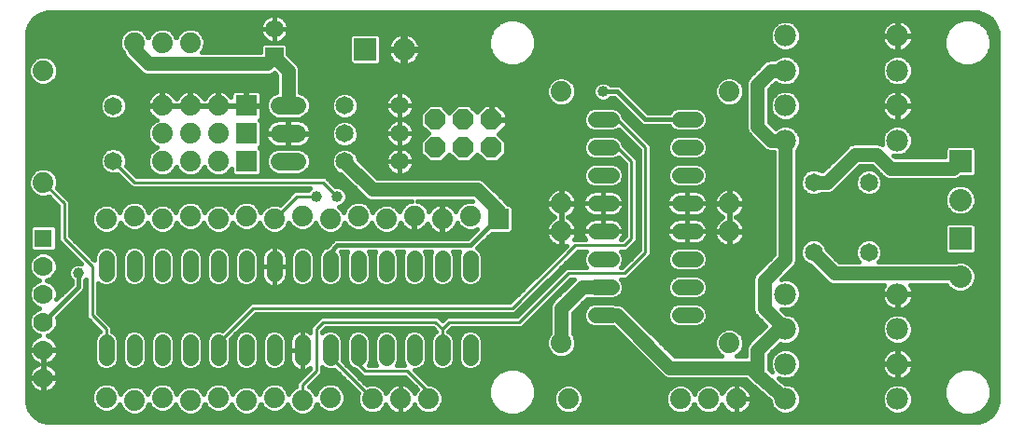
<source format=gbl>
G75*
%MOIN*%
%OFA0B0*%
%FSLAX24Y24*%
%IPPOS*%
%LPD*%
%AMOC8*
5,1,8,0,0,1.08239X$1,22.5*
%
%ADD10C,0.0560*%
%ADD11C,0.0740*%
%ADD12C,0.0640*%
%ADD13R,0.0740X0.0740*%
%ADD14C,0.0650*%
%ADD15R,0.0634X0.0634*%
%ADD16C,0.0700*%
%ADD17C,0.0780*%
%ADD18OC8,0.0740*%
%ADD19R,0.0800X0.0800*%
%ADD20C,0.0800*%
%ADD21R,0.0650X0.0650*%
%ADD22C,0.0160*%
%ADD23C,0.0500*%
%ADD24C,0.0397*%
%ADD25C,0.0100*%
D10*
X003180Y002650D02*
X003180Y003210D01*
X004180Y003210D02*
X004180Y002650D01*
X005180Y002650D02*
X005180Y003210D01*
X006180Y003210D02*
X006180Y002650D01*
X007180Y002650D02*
X007180Y003210D01*
X008180Y003210D02*
X008180Y002650D01*
X009180Y002650D02*
X009180Y003210D01*
X010180Y003210D02*
X010180Y002650D01*
X011180Y002650D02*
X011180Y003210D01*
X012180Y003210D02*
X012180Y002650D01*
X013180Y002650D02*
X013180Y003210D01*
X014180Y003210D02*
X014180Y002650D01*
X015180Y002650D02*
X015180Y003210D01*
X016180Y003210D02*
X016180Y002650D01*
X020650Y004180D02*
X021210Y004180D01*
X021210Y005180D02*
X020650Y005180D01*
X020650Y006180D02*
X021210Y006180D01*
X021210Y007180D02*
X020650Y007180D01*
X020650Y008180D02*
X021210Y008180D01*
X021210Y009180D02*
X020650Y009180D01*
X020650Y010180D02*
X021210Y010180D01*
X021210Y011180D02*
X020650Y011180D01*
X023650Y011180D02*
X024210Y011180D01*
X024210Y010180D02*
X023650Y010180D01*
X023650Y009180D02*
X024210Y009180D01*
X024210Y008180D02*
X023650Y008180D01*
X023650Y007180D02*
X024210Y007180D01*
X024210Y006180D02*
X023650Y006180D01*
X023650Y005180D02*
X024210Y005180D01*
X024210Y004180D02*
X023650Y004180D01*
X016180Y005650D02*
X016180Y006210D01*
X015180Y006210D02*
X015180Y005650D01*
X014180Y005650D02*
X014180Y006210D01*
X013180Y006210D02*
X013180Y005650D01*
X012180Y005650D02*
X012180Y006210D01*
X011180Y006210D02*
X011180Y005650D01*
X010180Y005650D02*
X010180Y006210D01*
X009180Y006210D02*
X009180Y005650D01*
X008180Y005650D02*
X008180Y006210D01*
X007180Y006210D02*
X007180Y005650D01*
X006180Y005650D02*
X006180Y006210D01*
X005180Y006210D02*
X005180Y005650D01*
X004180Y005650D02*
X004180Y006210D01*
X003180Y006210D02*
X003180Y005650D01*
D11*
X003180Y007630D03*
X004180Y007730D03*
X005180Y007630D03*
X006180Y007730D03*
X007180Y007630D03*
X008180Y007730D03*
X009180Y007630D03*
X010180Y007730D03*
X011180Y007630D03*
X012180Y007730D03*
X013180Y007630D03*
X014180Y007730D03*
X015180Y007630D03*
X016180Y007730D03*
X019430Y008180D03*
X019430Y007180D03*
X025430Y007180D03*
X025430Y008180D03*
X025430Y012180D03*
X019430Y012180D03*
X007180Y011680D03*
X006180Y011680D03*
X005180Y011680D03*
X005180Y010680D03*
X006180Y010680D03*
X007180Y010680D03*
X007180Y009680D03*
X006180Y009680D03*
X005180Y009680D03*
X000930Y008930D03*
X000930Y012930D03*
X004180Y013930D03*
X005180Y013930D03*
X006180Y013930D03*
X019430Y003180D03*
X019680Y001180D03*
X023680Y001180D03*
X024680Y001180D03*
X025680Y001180D03*
X025430Y003180D03*
X014680Y001180D03*
X013680Y001180D03*
X012680Y001180D03*
X011180Y001230D03*
X010180Y001130D03*
X009180Y001230D03*
X008180Y001130D03*
X007180Y001230D03*
X006180Y001130D03*
X005180Y001230D03*
X004180Y001130D03*
X003180Y001230D03*
D12*
X009360Y009680D02*
X010000Y009680D01*
X010000Y010680D02*
X009360Y010680D01*
X009360Y011680D02*
X010000Y011680D01*
D13*
X008180Y011680D03*
X008180Y010680D03*
X008180Y009680D03*
X017180Y007630D03*
D14*
X013664Y009680D03*
X011696Y009680D03*
X011696Y010680D03*
X013664Y010680D03*
X013664Y011680D03*
X011696Y011680D03*
X009180Y014430D03*
X003430Y011664D03*
X003430Y009696D03*
X028446Y008930D03*
X030414Y008930D03*
X030414Y006430D03*
X028446Y006430D03*
D15*
X000930Y006930D03*
D16*
X000930Y005930D03*
X000930Y004930D03*
X000930Y003930D03*
X000930Y002930D03*
X000930Y001930D03*
D17*
X027430Y002430D03*
X027430Y001180D03*
X031430Y001180D03*
X031430Y002430D03*
X031430Y003680D03*
X031430Y004930D03*
X027430Y004930D03*
X027430Y003680D03*
X027430Y010430D03*
X027430Y011680D03*
X027430Y012930D03*
X027430Y014180D03*
X031430Y014180D03*
X031430Y012930D03*
X031430Y011680D03*
X031430Y010430D03*
D18*
X016930Y010180D03*
X015930Y010180D03*
X014930Y010180D03*
X014930Y011180D03*
X015930Y011180D03*
X016930Y011180D03*
D19*
X012430Y013680D03*
X033680Y009680D03*
X033680Y006930D03*
D20*
X033680Y008302D03*
X033680Y005552D03*
X013808Y013680D03*
D21*
X009180Y013430D03*
D22*
X000586Y000586D02*
X000799Y000432D01*
X001049Y000350D01*
X001180Y000340D01*
X034180Y000340D01*
X034311Y000350D01*
X034561Y000432D01*
X034774Y000586D01*
X034928Y000799D01*
X035010Y001049D01*
X035020Y001180D01*
X035020Y014180D01*
X035010Y014311D01*
X034928Y014561D01*
X034774Y014774D01*
X034561Y014928D01*
X034311Y015010D01*
X034180Y015020D01*
X001180Y015020D01*
X001049Y015010D01*
X000799Y014928D01*
X000586Y014774D01*
X000432Y014561D01*
X000350Y014311D01*
X000340Y014180D01*
X000340Y001180D01*
X000350Y001049D01*
X000432Y000799D01*
X000586Y000586D01*
X000536Y000656D02*
X003941Y000656D01*
X003880Y000681D02*
X003731Y000830D01*
X003659Y001002D01*
X003629Y000930D01*
X003480Y000781D01*
X003285Y000700D01*
X003075Y000700D01*
X002880Y000781D01*
X002731Y000930D01*
X002650Y001125D01*
X002650Y001335D01*
X002731Y001530D01*
X002880Y001679D01*
X003075Y001760D01*
X003285Y001760D01*
X003480Y001679D01*
X003629Y001530D01*
X003701Y001358D01*
X003731Y001430D01*
X003880Y001579D01*
X004075Y001660D01*
X004285Y001660D01*
X004480Y001579D01*
X004629Y001430D01*
X004659Y001358D01*
X004731Y001530D01*
X004880Y001679D01*
X005075Y001760D01*
X005285Y001760D01*
X005480Y001679D01*
X005629Y001530D01*
X005701Y001358D01*
X005731Y001430D01*
X005880Y001579D01*
X006075Y001660D01*
X006285Y001660D01*
X006480Y001579D01*
X006629Y001430D01*
X006659Y001358D01*
X006731Y001530D01*
X006880Y001679D01*
X007075Y001760D01*
X007285Y001760D01*
X007480Y001679D01*
X007629Y001530D01*
X007701Y001358D01*
X007731Y001430D01*
X007880Y001579D01*
X008075Y001660D01*
X008285Y001660D01*
X008480Y001579D01*
X008629Y001430D01*
X008659Y001358D01*
X008731Y001530D01*
X008880Y001679D01*
X009075Y001760D01*
X009285Y001760D01*
X009480Y001679D01*
X009629Y001530D01*
X009701Y001358D01*
X009731Y001430D01*
X009880Y001579D01*
X009970Y001617D01*
X009970Y001767D01*
X010470Y002267D01*
X010470Y002292D01*
X010421Y002257D01*
X010357Y002224D01*
X010288Y002201D01*
X010216Y002190D01*
X010180Y002190D01*
X010180Y002930D01*
X010180Y002930D01*
X010180Y003670D01*
X010216Y003670D01*
X010288Y003659D01*
X010357Y003636D01*
X010421Y003603D01*
X010470Y003568D01*
X010470Y003767D01*
X010720Y004017D01*
X010843Y004140D01*
X015017Y004140D01*
X015180Y003977D01*
X015220Y004017D01*
X015343Y004140D01*
X017843Y004140D01*
X019470Y005767D01*
X019593Y005890D01*
X020318Y005890D01*
X020277Y005931D01*
X020210Y006092D01*
X020210Y006268D01*
X020277Y006429D01*
X020318Y006470D01*
X020017Y006470D01*
X017767Y004220D01*
X008517Y004220D01*
X007613Y003316D01*
X007620Y003298D01*
X007620Y002562D01*
X007553Y002401D01*
X007429Y002277D01*
X007268Y002210D01*
X007092Y002210D01*
X006931Y002277D01*
X006807Y002401D01*
X006740Y002562D01*
X006740Y003298D01*
X006807Y003459D01*
X006931Y003583D01*
X007092Y003650D01*
X007268Y003650D01*
X007328Y003625D01*
X008220Y004517D01*
X008343Y004640D01*
X017593Y004640D01*
X019615Y006662D01*
X019559Y006644D01*
X019473Y006630D01*
X019439Y006630D01*
X019439Y007171D01*
X019439Y007189D01*
X019980Y007189D01*
X019980Y007223D01*
X019966Y007309D01*
X019940Y007391D01*
X019900Y007468D01*
X019850Y007538D01*
X019788Y007600D01*
X019718Y007650D01*
X019660Y007680D01*
X019718Y007710D01*
X019788Y007760D01*
X019850Y007822D01*
X019900Y007892D01*
X019940Y007969D01*
X019966Y008051D01*
X019980Y008137D01*
X019980Y008171D01*
X019439Y008171D01*
X019439Y008189D01*
X019421Y008189D01*
X019421Y008730D01*
X019387Y008730D01*
X019301Y008716D01*
X019219Y008690D01*
X019142Y008650D01*
X019072Y008600D01*
X019010Y008538D01*
X018960Y008468D01*
X018920Y008391D01*
X018894Y008309D01*
X018880Y008223D01*
X018880Y008189D01*
X019421Y008189D01*
X019421Y008171D01*
X018880Y008171D01*
X018880Y008137D01*
X018894Y008051D01*
X018920Y007969D01*
X018960Y007892D01*
X019010Y007822D01*
X019072Y007760D01*
X019142Y007710D01*
X019200Y007680D01*
X019142Y007650D01*
X019072Y007600D01*
X019010Y007538D01*
X018960Y007468D01*
X018920Y007391D01*
X018894Y007309D01*
X018880Y007223D01*
X018880Y007189D01*
X019421Y007189D01*
X019421Y007730D01*
X019421Y008171D01*
X019439Y008171D01*
X019439Y007189D01*
X019421Y007189D01*
X019421Y007171D01*
X019439Y007171D01*
X019980Y007171D01*
X019980Y007137D01*
X019966Y007051D01*
X019940Y006969D01*
X019900Y006892D01*
X019899Y006890D01*
X020292Y006890D01*
X020257Y006939D01*
X020224Y007003D01*
X020201Y007072D01*
X020190Y007144D01*
X020190Y007180D01*
X020930Y007180D01*
X020930Y007180D01*
X020930Y007640D01*
X021246Y007640D01*
X021318Y007629D01*
X021387Y007606D01*
X021451Y007573D01*
X021510Y007531D01*
X021561Y007480D01*
X021603Y007421D01*
X021636Y007357D01*
X021659Y007288D01*
X021670Y007216D01*
X021670Y007180D01*
X020930Y007180D01*
X020930Y007180D01*
X020930Y007180D01*
X020930Y007640D01*
X020614Y007640D01*
X020542Y007629D01*
X020473Y007606D01*
X020409Y007573D01*
X020350Y007531D01*
X020299Y007480D01*
X020257Y007421D01*
X020224Y007357D01*
X020201Y007288D01*
X020190Y007216D01*
X020190Y007180D01*
X020930Y007180D01*
X021670Y007180D01*
X021670Y007144D01*
X021659Y007072D01*
X021636Y007003D01*
X021603Y006939D01*
X021568Y006890D01*
X021593Y006890D01*
X021720Y007017D01*
X021720Y009593D01*
X021483Y009830D01*
X021459Y009807D01*
X021298Y009740D01*
X020562Y009740D01*
X020401Y009807D01*
X020277Y009931D01*
X020210Y010092D01*
X020210Y010268D01*
X020277Y010429D01*
X020401Y010553D01*
X020562Y010620D01*
X021298Y010620D01*
X021459Y010553D01*
X021583Y010429D01*
X021650Y010268D01*
X021650Y010257D01*
X022140Y009767D01*
X022140Y006843D01*
X022017Y006720D01*
X021767Y006470D01*
X021542Y006470D01*
X021583Y006429D01*
X021650Y006268D01*
X021650Y006092D01*
X021583Y005931D01*
X021542Y005890D01*
X021593Y005890D01*
X022220Y006517D01*
X022220Y010093D01*
X021483Y010830D01*
X021459Y010807D01*
X021298Y010740D01*
X020562Y010740D01*
X020401Y010807D01*
X020277Y010931D01*
X020210Y011092D01*
X020210Y011268D01*
X020277Y011429D01*
X020401Y011553D01*
X020562Y011620D01*
X021298Y011620D01*
X021459Y011553D01*
X021583Y011429D01*
X021650Y011268D01*
X021650Y011257D01*
X022640Y010267D01*
X022640Y006343D01*
X022517Y006220D01*
X021767Y005470D01*
X021542Y005470D01*
X021583Y005429D01*
X021650Y005268D01*
X021650Y005092D01*
X021583Y004931D01*
X021459Y004807D01*
X021298Y004740D01*
X020562Y004740D01*
X020490Y004770D01*
X020350Y004770D01*
X019840Y004260D01*
X019840Y003520D01*
X019879Y003480D01*
X019960Y003285D01*
X019960Y003075D01*
X019879Y002880D01*
X019730Y002731D01*
X019535Y002650D01*
X019325Y002650D01*
X019130Y002731D01*
X018981Y002880D01*
X018900Y003075D01*
X018900Y003285D01*
X018981Y003480D01*
X019020Y003520D01*
X019020Y004512D01*
X019082Y004662D01*
X019198Y004778D01*
X019890Y005470D01*
X019767Y005470D01*
X018140Y003843D01*
X018140Y003843D01*
X018017Y003720D01*
X015517Y003720D01*
X015394Y003597D01*
X015429Y003583D01*
X015553Y003459D01*
X015620Y003298D01*
X015620Y002562D01*
X015553Y002401D01*
X015429Y002277D01*
X015268Y002210D01*
X015092Y002210D01*
X014931Y002277D01*
X014807Y002401D01*
X014740Y002562D01*
X014740Y003298D01*
X014807Y003459D01*
X014931Y003583D01*
X014966Y003597D01*
X014843Y003720D01*
X011017Y003720D01*
X010890Y003593D01*
X010890Y003542D01*
X010931Y003583D01*
X011092Y003650D01*
X011268Y003650D01*
X011429Y003583D01*
X011553Y003459D01*
X011620Y003298D01*
X011620Y002562D01*
X011613Y002544D01*
X012484Y001673D01*
X012575Y001710D01*
X012785Y001710D01*
X012980Y001629D01*
X013129Y001480D01*
X013169Y001386D01*
X013170Y001391D01*
X013210Y001468D01*
X013260Y001538D01*
X013322Y001600D01*
X013392Y001650D01*
X013469Y001690D01*
X013551Y001716D01*
X013637Y001730D01*
X013680Y001730D01*
X013680Y001180D01*
X013680Y001180D01*
X013680Y000630D01*
X013723Y000630D01*
X013809Y000644D01*
X013891Y000670D01*
X013968Y000710D01*
X014038Y000760D01*
X014100Y000822D01*
X014150Y000892D01*
X014190Y000969D01*
X014191Y000974D01*
X014231Y000880D01*
X014380Y000731D01*
X014575Y000650D01*
X014785Y000650D01*
X014980Y000731D01*
X015129Y000880D01*
X015210Y001075D01*
X015210Y001285D01*
X015129Y001480D01*
X014980Y001629D01*
X014785Y001710D01*
X014697Y001710D01*
X014197Y002210D01*
X014268Y002210D01*
X014429Y002277D01*
X014553Y002401D01*
X014620Y002562D01*
X014620Y003298D01*
X014553Y003459D01*
X014429Y003583D01*
X014268Y003650D01*
X014092Y003650D01*
X013931Y003583D01*
X013807Y003459D01*
X013740Y003298D01*
X013740Y002562D01*
X013807Y002401D01*
X013818Y002390D01*
X013542Y002390D01*
X013553Y002401D01*
X013620Y002562D01*
X013620Y003298D01*
X013553Y003459D01*
X013429Y003583D01*
X013268Y003650D01*
X013092Y003650D01*
X012931Y003583D01*
X012807Y003459D01*
X012740Y003298D01*
X012740Y002562D01*
X012807Y002401D01*
X012818Y002390D01*
X012542Y002390D01*
X012553Y002401D01*
X012620Y002562D01*
X012620Y003298D01*
X012553Y003459D01*
X012429Y003583D01*
X012268Y003650D01*
X012092Y003650D01*
X011931Y003583D01*
X011807Y003459D01*
X011740Y003298D01*
X011740Y002562D01*
X011807Y002401D01*
X011931Y002277D01*
X012092Y002210D01*
X012103Y002210D01*
X012343Y001970D01*
X013843Y001970D01*
X014282Y001531D01*
X014231Y001480D01*
X014191Y001386D01*
X014190Y001391D01*
X014150Y001468D01*
X014100Y001538D01*
X014038Y001600D01*
X013968Y001650D01*
X013891Y001690D01*
X013809Y001716D01*
X013723Y001730D01*
X013680Y001730D01*
X013680Y001180D01*
X013680Y001180D01*
X013680Y000630D01*
X013637Y000630D01*
X013551Y000644D01*
X013469Y000670D01*
X013392Y000710D01*
X013322Y000760D01*
X013260Y000822D01*
X013210Y000892D01*
X013170Y000969D01*
X013169Y000974D01*
X013129Y000880D01*
X012980Y000731D01*
X012785Y000650D01*
X012575Y000650D01*
X012380Y000731D01*
X012231Y000880D01*
X012150Y001075D01*
X012150Y001285D01*
X012187Y001376D01*
X011328Y002235D01*
X011268Y002210D01*
X011092Y002210D01*
X010931Y002277D01*
X010890Y002318D01*
X010890Y002093D01*
X010767Y001970D01*
X010407Y001610D01*
X010480Y001579D01*
X010629Y001430D01*
X010659Y001358D01*
X010731Y001530D01*
X010880Y001679D01*
X011075Y001760D01*
X011285Y001760D01*
X011480Y001679D01*
X011629Y001530D01*
X011710Y001335D01*
X011710Y001125D01*
X011629Y000930D01*
X011480Y000781D01*
X011285Y000700D01*
X011075Y000700D01*
X010880Y000781D01*
X010731Y000930D01*
X010701Y001002D01*
X010629Y000830D01*
X010480Y000681D01*
X010285Y000600D01*
X010075Y000600D01*
X009880Y000681D01*
X009731Y000830D01*
X009659Y001002D01*
X009629Y000930D01*
X009480Y000781D01*
X009285Y000700D01*
X009075Y000700D01*
X008880Y000781D01*
X008731Y000930D01*
X008701Y001002D01*
X008629Y000830D01*
X008480Y000681D01*
X008285Y000600D01*
X008075Y000600D01*
X007880Y000681D01*
X007731Y000830D01*
X007659Y001002D01*
X007629Y000930D01*
X007480Y000781D01*
X007285Y000700D01*
X007075Y000700D01*
X006880Y000781D01*
X006731Y000930D01*
X006701Y001002D01*
X006629Y000830D01*
X006480Y000681D01*
X006285Y000600D01*
X006075Y000600D01*
X005880Y000681D01*
X005731Y000830D01*
X005659Y001002D01*
X005629Y000930D01*
X005480Y000781D01*
X005285Y000700D01*
X005075Y000700D01*
X004880Y000781D01*
X004731Y000930D01*
X004701Y001002D01*
X004629Y000830D01*
X004480Y000681D01*
X004285Y000600D01*
X004075Y000600D01*
X003880Y000681D01*
X003746Y000814D02*
X003514Y000814D01*
X003647Y000973D02*
X003672Y000973D01*
X004419Y000656D02*
X005941Y000656D01*
X005746Y000814D02*
X005514Y000814D01*
X005647Y000973D02*
X005672Y000973D01*
X006419Y000656D02*
X007941Y000656D01*
X007746Y000814D02*
X007514Y000814D01*
X007647Y000973D02*
X007672Y000973D01*
X008419Y000656D02*
X009941Y000656D01*
X009746Y000814D02*
X009514Y000814D01*
X009647Y000973D02*
X009672Y000973D01*
X010419Y000656D02*
X012561Y000656D01*
X012799Y000656D02*
X013514Y000656D01*
X013680Y000656D02*
X013680Y000656D01*
X013680Y000814D02*
X013680Y000814D01*
X013680Y000973D02*
X013680Y000973D01*
X013680Y001131D02*
X013680Y001131D01*
X013680Y001290D02*
X013680Y001290D01*
X013680Y001448D02*
X013680Y001448D01*
X013680Y001607D02*
X013680Y001607D01*
X013331Y001607D02*
X013003Y001607D01*
X013143Y001448D02*
X013199Y001448D01*
X014029Y001607D02*
X014207Y001607D01*
X014217Y001448D02*
X014161Y001448D01*
X014048Y001765D02*
X012392Y001765D01*
X012233Y001924D02*
X013890Y001924D01*
X014325Y002082D02*
X017130Y002082D01*
X017199Y002151D02*
X016959Y001911D01*
X016830Y001599D01*
X016830Y001261D01*
X016959Y000949D01*
X017199Y000709D01*
X017511Y000580D01*
X017730Y000580D01*
X017849Y000580D01*
X017849Y000580D01*
X018161Y000709D01*
X018161Y000709D01*
X018401Y000949D01*
X018530Y001261D01*
X018530Y001599D01*
X018401Y001911D01*
X018401Y001911D01*
X018161Y002151D01*
X017849Y002280D01*
X017511Y002280D01*
X017199Y002151D01*
X017199Y002151D01*
X017416Y002241D02*
X016341Y002241D01*
X016268Y002210D02*
X016429Y002277D01*
X016553Y002401D01*
X016620Y002562D01*
X016620Y003298D01*
X016553Y003459D01*
X016429Y003583D01*
X016268Y003650D01*
X016092Y003650D01*
X015931Y003583D01*
X015807Y003459D01*
X015740Y003298D01*
X015740Y002562D01*
X015807Y002401D01*
X015931Y002277D01*
X016092Y002210D01*
X016268Y002210D01*
X016019Y002241D02*
X015341Y002241D01*
X015551Y002399D02*
X015809Y002399D01*
X015742Y002558D02*
X015618Y002558D01*
X015620Y002716D02*
X015740Y002716D01*
X015740Y002875D02*
X015620Y002875D01*
X015620Y003033D02*
X015740Y003033D01*
X015740Y003192D02*
X015620Y003192D01*
X015598Y003350D02*
X015762Y003350D01*
X015856Y003509D02*
X015504Y003509D01*
X015464Y003667D02*
X019020Y003667D01*
X019020Y003826D02*
X018122Y003826D01*
X018281Y003984D02*
X019020Y003984D01*
X019020Y004143D02*
X018439Y004143D01*
X018598Y004301D02*
X019020Y004301D01*
X019020Y004460D02*
X018756Y004460D01*
X018915Y004618D02*
X019064Y004618D01*
X019073Y004777D02*
X019197Y004777D01*
X019232Y004935D02*
X019355Y004935D01*
X019390Y005094D02*
X019514Y005094D01*
X019549Y005252D02*
X019672Y005252D01*
X019707Y005411D02*
X019831Y005411D01*
X019431Y005728D02*
X019274Y005728D01*
X019272Y005569D02*
X019116Y005569D01*
X019114Y005411D02*
X018957Y005411D01*
X018955Y005252D02*
X018799Y005252D01*
X018797Y005094D02*
X018640Y005094D01*
X018638Y004935D02*
X018482Y004935D01*
X018480Y004777D02*
X018323Y004777D01*
X018321Y004618D02*
X018165Y004618D01*
X018163Y004460D02*
X018006Y004460D01*
X018004Y004301D02*
X017848Y004301D01*
X017846Y004143D02*
X008439Y004143D01*
X008281Y003984D02*
X010687Y003984D01*
X010529Y003826D02*
X008122Y003826D01*
X008092Y003650D02*
X007931Y003583D01*
X007807Y003459D01*
X007740Y003298D01*
X007740Y002562D01*
X007807Y002401D01*
X007931Y002277D01*
X008092Y002210D01*
X008268Y002210D01*
X008429Y002277D01*
X008553Y002401D01*
X008620Y002562D01*
X008620Y003298D01*
X008553Y003459D01*
X008429Y003583D01*
X008268Y003650D01*
X008092Y003650D01*
X007964Y003667D02*
X010125Y003667D01*
X010144Y003670D02*
X010072Y003659D01*
X010003Y003636D01*
X009939Y003603D01*
X009880Y003561D01*
X009829Y003510D01*
X009787Y003451D01*
X009754Y003387D01*
X009731Y003318D01*
X009720Y003246D01*
X009720Y002930D01*
X010180Y002930D01*
X010180Y002930D01*
X010180Y002930D01*
X010180Y003670D01*
X010144Y003670D01*
X010180Y003667D02*
X010180Y003667D01*
X010235Y003667D02*
X010470Y003667D01*
X010180Y003509D02*
X010180Y003509D01*
X010180Y003350D02*
X010180Y003350D01*
X010180Y003192D02*
X010180Y003192D01*
X010180Y003033D02*
X010180Y003033D01*
X010180Y002930D02*
X009720Y002930D01*
X009720Y002614D01*
X009731Y002542D01*
X009754Y002473D01*
X009787Y002409D01*
X009829Y002350D01*
X009880Y002299D01*
X009939Y002257D01*
X010003Y002224D01*
X010072Y002201D01*
X010144Y002190D01*
X010180Y002190D01*
X010180Y002930D01*
X010180Y002875D02*
X010180Y002875D01*
X010180Y002716D02*
X010180Y002716D01*
X010180Y002558D02*
X010180Y002558D01*
X010180Y002399D02*
X010180Y002399D01*
X010180Y002241D02*
X010180Y002241D01*
X010285Y002082D02*
X001438Y002082D01*
X001447Y002054D02*
X001421Y002133D01*
X001383Y002208D01*
X001334Y002275D01*
X001275Y002334D01*
X001208Y002383D01*
X001133Y002421D01*
X001106Y002430D01*
X001133Y002439D01*
X001208Y002477D01*
X001275Y002526D01*
X001334Y002585D01*
X001383Y002652D01*
X001421Y002727D01*
X001447Y002806D01*
X001460Y002888D01*
X001460Y002910D01*
X000950Y002910D01*
X000950Y002950D01*
X001460Y002950D01*
X001460Y002972D01*
X001447Y003054D01*
X001421Y003133D01*
X001383Y003208D01*
X001334Y003275D01*
X001275Y003334D01*
X001208Y003383D01*
X001133Y003421D01*
X001078Y003439D01*
X001219Y003498D01*
X001362Y003641D01*
X001440Y003829D01*
X001440Y004031D01*
X001420Y004080D01*
X002316Y004977D01*
X002383Y005044D01*
X002420Y005132D01*
X002420Y005413D01*
X002470Y005463D01*
X002470Y004093D01*
X002593Y003970D01*
X002966Y003597D01*
X002931Y003583D01*
X002807Y003459D01*
X002740Y003298D01*
X002740Y002562D01*
X002807Y002401D01*
X002931Y002277D01*
X003092Y002210D01*
X003268Y002210D01*
X003429Y002277D01*
X003553Y002401D01*
X003620Y002562D01*
X003620Y003298D01*
X003553Y003459D01*
X003429Y003583D01*
X003390Y003599D01*
X003390Y003767D01*
X002890Y004267D01*
X002890Y005318D01*
X002931Y005277D01*
X003092Y005210D01*
X003268Y005210D01*
X003429Y005277D01*
X003553Y005401D01*
X003620Y005562D01*
X003620Y006298D01*
X003553Y006459D01*
X003429Y006583D01*
X003268Y006650D01*
X003092Y006650D01*
X002931Y006583D01*
X002807Y006459D01*
X002740Y006298D01*
X002740Y006167D01*
X001890Y007017D01*
X001890Y008267D01*
X001423Y008734D01*
X001460Y008825D01*
X001460Y009035D01*
X001379Y009230D01*
X001230Y009379D01*
X001035Y009460D01*
X000825Y009460D01*
X000630Y009379D01*
X000481Y009230D01*
X000400Y009035D01*
X000400Y008825D01*
X000481Y008630D01*
X000630Y008481D01*
X000825Y008400D01*
X001035Y008400D01*
X001126Y008437D01*
X001470Y008093D01*
X001470Y006843D01*
X002291Y006022D01*
X002251Y006038D01*
X002109Y006038D01*
X001977Y005984D01*
X001876Y005883D01*
X001822Y005751D01*
X001822Y005609D01*
X001876Y005477D01*
X001940Y005413D01*
X001940Y005279D01*
X001405Y004745D01*
X001440Y004829D01*
X001440Y005031D01*
X001362Y005219D01*
X001219Y005362D01*
X001056Y005430D01*
X001219Y005498D01*
X001362Y005641D01*
X001440Y005829D01*
X001440Y006031D01*
X001362Y006219D01*
X001219Y006362D01*
X001031Y006440D01*
X000829Y006440D01*
X000641Y006362D01*
X000498Y006219D01*
X000420Y006031D01*
X000420Y005829D01*
X000498Y005641D01*
X000641Y005498D01*
X000804Y005430D01*
X000641Y005362D01*
X000498Y005219D01*
X000420Y005031D01*
X000420Y004829D01*
X000498Y004641D01*
X000641Y004498D01*
X000804Y004430D01*
X000641Y004362D01*
X000498Y004219D01*
X000420Y004031D01*
X000420Y003829D01*
X000498Y003641D01*
X000641Y003498D01*
X000782Y003439D01*
X000727Y003421D01*
X000652Y003383D01*
X000585Y003334D01*
X000526Y003275D01*
X000477Y003208D01*
X000439Y003133D01*
X000413Y003054D01*
X000400Y002972D01*
X000400Y002950D01*
X000910Y002950D01*
X000910Y002910D01*
X000400Y002910D01*
X000400Y002888D01*
X000413Y002806D01*
X000439Y002727D01*
X000477Y002652D01*
X000526Y002585D01*
X000585Y002526D01*
X000652Y002477D01*
X000727Y002439D01*
X000754Y002430D01*
X000727Y002421D01*
X000652Y002383D01*
X000585Y002334D01*
X000526Y002275D01*
X000477Y002208D01*
X000439Y002133D01*
X000413Y002054D01*
X000400Y001972D01*
X000400Y001950D01*
X000910Y001950D01*
X000910Y002460D01*
X000910Y002910D01*
X000950Y002910D01*
X000950Y001950D01*
X001460Y001950D01*
X001460Y001972D01*
X001447Y002054D01*
X001460Y001910D02*
X000950Y001910D01*
X000950Y001950D01*
X000910Y001950D01*
X000910Y001910D01*
X000950Y001910D01*
X000950Y001400D01*
X000972Y001400D01*
X001054Y001413D01*
X001133Y001439D01*
X001208Y001477D01*
X001275Y001526D01*
X001334Y001585D01*
X001383Y001652D01*
X001421Y001727D01*
X001447Y001806D01*
X001460Y001888D01*
X001460Y001910D01*
X001434Y001765D02*
X009970Y001765D01*
X009945Y001607D02*
X009553Y001607D01*
X009663Y001448D02*
X009748Y001448D01*
X010415Y001607D02*
X010807Y001607D01*
X010697Y001448D02*
X010612Y001448D01*
X010562Y001765D02*
X011798Y001765D01*
X011640Y001924D02*
X010720Y001924D01*
X010879Y002082D02*
X011481Y002082D01*
X011916Y002241D02*
X012019Y002241D01*
X012075Y002082D02*
X012231Y002082D01*
X012551Y002399D02*
X012809Y002399D01*
X012742Y002558D02*
X012618Y002558D01*
X012620Y002716D02*
X012740Y002716D01*
X012740Y002875D02*
X012620Y002875D01*
X012620Y003033D02*
X012740Y003033D01*
X012740Y003192D02*
X012620Y003192D01*
X012598Y003350D02*
X012762Y003350D01*
X012856Y003509D02*
X012504Y003509D01*
X011856Y003509D02*
X011504Y003509D01*
X011598Y003350D02*
X011762Y003350D01*
X011740Y003192D02*
X011620Y003192D01*
X011620Y003033D02*
X011740Y003033D01*
X011740Y002875D02*
X011620Y002875D01*
X011620Y002716D02*
X011740Y002716D01*
X011742Y002558D02*
X011618Y002558D01*
X011758Y002399D02*
X011809Y002399D01*
X011019Y002241D02*
X010890Y002241D01*
X010444Y002241D02*
X010390Y002241D01*
X009970Y002241D02*
X009341Y002241D01*
X009268Y002210D02*
X009429Y002277D01*
X009553Y002401D01*
X009620Y002562D01*
X009620Y003298D01*
X009553Y003459D01*
X009429Y003583D01*
X009268Y003650D01*
X009092Y003650D01*
X008931Y003583D01*
X008807Y003459D01*
X008740Y003298D01*
X008740Y002562D01*
X008807Y002401D01*
X008931Y002277D01*
X009092Y002210D01*
X009268Y002210D01*
X009019Y002241D02*
X008341Y002241D01*
X008551Y002399D02*
X008809Y002399D01*
X008742Y002558D02*
X008618Y002558D01*
X008620Y002716D02*
X008740Y002716D01*
X008740Y002875D02*
X008620Y002875D01*
X008620Y003033D02*
X008740Y003033D01*
X008740Y003192D02*
X008620Y003192D01*
X008598Y003350D02*
X008762Y003350D01*
X008856Y003509D02*
X008504Y003509D01*
X007856Y003509D02*
X007805Y003509D01*
X007762Y003350D02*
X007647Y003350D01*
X007620Y003192D02*
X007740Y003192D01*
X007740Y003033D02*
X007620Y003033D01*
X007620Y002875D02*
X007740Y002875D01*
X007740Y002716D02*
X007620Y002716D01*
X007618Y002558D02*
X007742Y002558D01*
X007809Y002399D02*
X007551Y002399D01*
X007341Y002241D02*
X008019Y002241D01*
X007019Y002241D02*
X006341Y002241D01*
X006268Y002210D02*
X006429Y002277D01*
X006553Y002401D01*
X006620Y002562D01*
X006620Y003298D01*
X006553Y003459D01*
X006429Y003583D01*
X006268Y003650D01*
X006092Y003650D01*
X005931Y003583D01*
X005807Y003459D01*
X005740Y003298D01*
X005740Y002562D01*
X005807Y002401D01*
X005931Y002277D01*
X006092Y002210D01*
X006268Y002210D01*
X006019Y002241D02*
X005341Y002241D01*
X005268Y002210D02*
X005429Y002277D01*
X005553Y002401D01*
X005620Y002562D01*
X005620Y003298D01*
X005553Y003459D01*
X005429Y003583D01*
X005268Y003650D01*
X005092Y003650D01*
X004931Y003583D01*
X004807Y003459D01*
X004740Y003298D01*
X004740Y002562D01*
X004807Y002401D01*
X004931Y002277D01*
X005092Y002210D01*
X005268Y002210D01*
X005019Y002241D02*
X004341Y002241D01*
X004268Y002210D02*
X004429Y002277D01*
X004553Y002401D01*
X004620Y002562D01*
X004620Y003298D01*
X004553Y003459D01*
X004429Y003583D01*
X004268Y003650D01*
X004092Y003650D01*
X003931Y003583D01*
X003807Y003459D01*
X003740Y003298D01*
X003740Y002562D01*
X003807Y002401D01*
X003931Y002277D01*
X004092Y002210D01*
X004268Y002210D01*
X004019Y002241D02*
X003341Y002241D01*
X003551Y002399D02*
X003809Y002399D01*
X003742Y002558D02*
X003618Y002558D01*
X003620Y002716D02*
X003740Y002716D01*
X003740Y002875D02*
X003620Y002875D01*
X003620Y003033D02*
X003740Y003033D01*
X003740Y003192D02*
X003620Y003192D01*
X003598Y003350D02*
X003762Y003350D01*
X003856Y003509D02*
X003504Y003509D01*
X003390Y003667D02*
X007370Y003667D01*
X007529Y003826D02*
X003331Y003826D01*
X003173Y003984D02*
X007687Y003984D01*
X007846Y004143D02*
X003014Y004143D01*
X002579Y003984D02*
X001440Y003984D01*
X001439Y003826D02*
X002738Y003826D01*
X002896Y003667D02*
X001373Y003667D01*
X001230Y003509D02*
X002856Y003509D01*
X002762Y003350D02*
X001254Y003350D01*
X001392Y003192D02*
X002740Y003192D01*
X002740Y003033D02*
X001450Y003033D01*
X001458Y002875D02*
X002740Y002875D01*
X002740Y002716D02*
X001416Y002716D01*
X001307Y002558D02*
X002742Y002558D01*
X002809Y002399D02*
X001177Y002399D01*
X000950Y002399D02*
X000910Y002399D01*
X000910Y002241D02*
X000950Y002241D01*
X000950Y002082D02*
X000910Y002082D01*
X000910Y001924D02*
X000340Y001924D01*
X000400Y001910D02*
X000400Y001888D01*
X000413Y001806D01*
X000439Y001727D01*
X000477Y001652D01*
X000526Y001585D01*
X000585Y001526D01*
X000652Y001477D01*
X000727Y001439D01*
X000806Y001413D01*
X000888Y001400D01*
X000910Y001400D01*
X000910Y001910D01*
X000400Y001910D01*
X000426Y001765D02*
X000340Y001765D01*
X000340Y001607D02*
X000510Y001607D01*
X000340Y001448D02*
X000709Y001448D01*
X000910Y001448D02*
X000950Y001448D01*
X000950Y001607D02*
X000910Y001607D01*
X000910Y001765D02*
X000950Y001765D01*
X000950Y001924D02*
X010127Y001924D01*
X009794Y002399D02*
X009551Y002399D01*
X009618Y002558D02*
X009729Y002558D01*
X009720Y002716D02*
X009620Y002716D01*
X009620Y002875D02*
X009720Y002875D01*
X009720Y003033D02*
X009620Y003033D01*
X009620Y003192D02*
X009720Y003192D01*
X009742Y003350D02*
X009598Y003350D01*
X009504Y003509D02*
X009828Y003509D01*
X010964Y003667D02*
X014896Y003667D01*
X014856Y003509D02*
X014504Y003509D01*
X014598Y003350D02*
X014762Y003350D01*
X014740Y003192D02*
X014620Y003192D01*
X014620Y003033D02*
X014740Y003033D01*
X014740Y002875D02*
X014620Y002875D01*
X014620Y002716D02*
X014740Y002716D01*
X014742Y002558D02*
X014618Y002558D01*
X014551Y002399D02*
X014809Y002399D01*
X015019Y002241D02*
X014341Y002241D01*
X013809Y002399D02*
X013551Y002399D01*
X013618Y002558D02*
X013742Y002558D01*
X013740Y002716D02*
X013620Y002716D01*
X013620Y002875D02*
X013740Y002875D01*
X013740Y003033D02*
X013620Y003033D01*
X013620Y003192D02*
X013740Y003192D01*
X013762Y003350D02*
X013598Y003350D01*
X013504Y003509D02*
X013856Y003509D01*
X015173Y003984D02*
X015187Y003984D01*
X016504Y003509D02*
X019009Y003509D01*
X018927Y003350D02*
X016598Y003350D01*
X016620Y003192D02*
X018900Y003192D01*
X018917Y003033D02*
X016620Y003033D01*
X016620Y002875D02*
X018986Y002875D01*
X019165Y002716D02*
X016620Y002716D01*
X016618Y002558D02*
X022473Y002558D01*
X022314Y002716D02*
X019695Y002716D01*
X019874Y002875D02*
X022156Y002875D01*
X021997Y003033D02*
X019943Y003033D01*
X019960Y003192D02*
X021839Y003192D01*
X021680Y003350D02*
X019933Y003350D01*
X019851Y003509D02*
X021522Y003509D01*
X021363Y003667D02*
X019840Y003667D01*
X019840Y003826D02*
X020382Y003826D01*
X020401Y003807D02*
X020562Y003740D01*
X021290Y003740D01*
X022957Y002073D01*
X023073Y001957D01*
X023223Y001895D01*
X026010Y001895D01*
X026092Y001813D01*
X026099Y001800D01*
X026150Y001755D01*
X026198Y001707D01*
X026211Y001702D01*
X026880Y001116D01*
X026880Y001071D01*
X026964Y000868D01*
X027118Y000714D01*
X027321Y000630D01*
X027539Y000630D01*
X027742Y000714D01*
X027896Y000868D01*
X027980Y001071D01*
X027980Y001289D01*
X027896Y001492D01*
X027742Y001646D01*
X027539Y001730D01*
X027424Y001730D01*
X027192Y001933D01*
X027321Y001880D01*
X027539Y001880D01*
X027742Y001964D01*
X027896Y002118D01*
X027980Y002321D01*
X027980Y002539D01*
X027896Y002742D01*
X027742Y002896D01*
X027539Y002980D01*
X027321Y002980D01*
X027118Y002896D01*
X026964Y002742D01*
X026880Y002539D01*
X026880Y002321D01*
X026954Y002141D01*
X026840Y002241D01*
X026840Y002760D01*
X027242Y003162D01*
X027321Y003130D01*
X027539Y003130D01*
X027742Y003214D01*
X027896Y003368D01*
X027980Y003571D01*
X027980Y003789D01*
X027896Y003992D01*
X027742Y004146D01*
X027539Y004230D01*
X027460Y004230D01*
X027302Y004388D01*
X027321Y004380D01*
X027539Y004380D01*
X027742Y004464D01*
X027896Y004618D01*
X030952Y004618D01*
X030942Y004631D02*
X030995Y004559D01*
X031059Y004495D01*
X031131Y004442D01*
X031211Y004402D01*
X031297Y004374D01*
X031385Y004360D01*
X031412Y004360D01*
X031412Y004912D01*
X031448Y004912D01*
X031448Y004948D01*
X032000Y004948D01*
X032000Y004975D01*
X031986Y005063D01*
X031958Y005149D01*
X031918Y005229D01*
X031888Y005270D01*
X033191Y005270D01*
X033205Y005235D01*
X033363Y005077D01*
X033569Y004992D01*
X033791Y004992D01*
X033997Y005077D01*
X034155Y005235D01*
X034240Y005441D01*
X034240Y005663D01*
X034155Y005869D01*
X033997Y006027D01*
X033791Y006112D01*
X033569Y006112D01*
X033515Y006090D01*
X030760Y006090D01*
X030825Y006155D01*
X030899Y006334D01*
X030899Y006526D01*
X030825Y006705D01*
X030689Y006841D01*
X030511Y006915D01*
X030318Y006915D01*
X030140Y006841D01*
X030003Y006705D01*
X029929Y006526D01*
X029929Y006334D01*
X030003Y006155D01*
X030068Y006090D01*
X029350Y006090D01*
X028931Y006509D01*
X028931Y006526D01*
X028857Y006705D01*
X028720Y006841D01*
X028542Y006915D01*
X028349Y006915D01*
X028171Y006841D01*
X028035Y006705D01*
X027961Y006526D01*
X027961Y006334D01*
X028035Y006155D01*
X028171Y006019D01*
X028325Y005955D01*
X028832Y005448D01*
X028948Y005332D01*
X029098Y005270D01*
X030972Y005270D01*
X030942Y005229D01*
X030902Y005149D01*
X030874Y005063D01*
X030860Y004975D01*
X030860Y004948D01*
X031412Y004948D01*
X031412Y004912D01*
X030860Y004912D01*
X030860Y004885D01*
X030874Y004797D01*
X030902Y004711D01*
X030942Y004631D01*
X030881Y004777D02*
X027962Y004777D01*
X027980Y004821D02*
X027980Y005039D01*
X027896Y005242D01*
X027742Y005396D01*
X027539Y005480D01*
X027321Y005480D01*
X027302Y005472D01*
X027778Y005948D01*
X027840Y006098D01*
X027840Y010062D01*
X027896Y010118D01*
X027980Y010321D01*
X027980Y010539D01*
X027896Y010742D01*
X027742Y010896D01*
X027539Y010980D01*
X027321Y010980D01*
X027118Y010896D01*
X027081Y010859D01*
X026840Y011100D01*
X026840Y012260D01*
X027081Y012501D01*
X027118Y012464D01*
X027321Y012380D01*
X027539Y012380D01*
X027742Y012464D01*
X027896Y012618D01*
X027980Y012821D01*
X027980Y013039D01*
X027896Y013242D01*
X027742Y013396D01*
X027539Y013480D01*
X027321Y013480D01*
X027118Y013396D01*
X027062Y013340D01*
X026848Y013340D01*
X026698Y013278D01*
X026198Y012778D01*
X026082Y012662D01*
X026020Y012512D01*
X026020Y010848D01*
X026082Y010698D01*
X026582Y010198D01*
X026698Y010082D01*
X026848Y010020D01*
X027020Y010020D01*
X027020Y006350D01*
X026448Y005778D01*
X026332Y005662D01*
X026270Y005512D01*
X026270Y004348D01*
X026332Y004198D01*
X026725Y003805D01*
X026198Y003278D01*
X026082Y003162D01*
X026020Y003012D01*
X026020Y002715D01*
X025692Y002715D01*
X025730Y002731D01*
X025879Y002880D01*
X025960Y003075D01*
X025960Y003285D01*
X025879Y003480D01*
X025730Y003629D01*
X025535Y003710D01*
X025325Y003710D01*
X025130Y003629D01*
X024981Y003480D01*
X024900Y003285D01*
X024900Y003075D01*
X024981Y002880D01*
X025130Y002731D01*
X025168Y002715D01*
X023475Y002715D01*
X021662Y004528D01*
X021512Y004590D01*
X021370Y004590D01*
X021298Y004620D01*
X020562Y004620D01*
X020401Y004553D01*
X020277Y004429D01*
X020210Y004268D01*
X020210Y004092D01*
X020277Y003931D01*
X020401Y003807D01*
X020255Y003984D02*
X019840Y003984D01*
X019840Y004143D02*
X020210Y004143D01*
X020224Y004301D02*
X019881Y004301D01*
X020039Y004460D02*
X020307Y004460D01*
X020198Y004618D02*
X020558Y004618D01*
X021302Y004618D02*
X023558Y004618D01*
X023562Y004620D02*
X023401Y004553D01*
X023277Y004429D01*
X023210Y004268D01*
X023210Y004092D01*
X023277Y003931D01*
X023401Y003807D01*
X023562Y003740D01*
X024298Y003740D01*
X024459Y003807D01*
X024583Y003931D01*
X024650Y004092D01*
X024650Y004268D01*
X024583Y004429D01*
X024459Y004553D01*
X024298Y004620D01*
X023562Y004620D01*
X023562Y004740D02*
X024298Y004740D01*
X024459Y004807D01*
X024583Y004931D01*
X024650Y005092D01*
X024650Y005268D01*
X024583Y005429D01*
X024459Y005553D01*
X024298Y005620D01*
X023562Y005620D01*
X023401Y005553D01*
X023277Y005429D01*
X023210Y005268D01*
X023210Y005092D01*
X023277Y004931D01*
X023401Y004807D01*
X023562Y004740D01*
X023474Y004777D02*
X021386Y004777D01*
X021585Y004935D02*
X023275Y004935D01*
X023210Y005094D02*
X021650Y005094D01*
X021650Y005252D02*
X023210Y005252D01*
X023269Y005411D02*
X021591Y005411D01*
X021866Y005569D02*
X023439Y005569D01*
X023562Y005740D02*
X024298Y005740D01*
X024459Y005807D01*
X024583Y005931D01*
X024650Y006092D01*
X024650Y006268D01*
X024583Y006429D01*
X024459Y006553D01*
X024298Y006620D01*
X023562Y006620D01*
X023401Y006553D01*
X023277Y006429D01*
X023210Y006268D01*
X023210Y006092D01*
X023277Y005931D01*
X023401Y005807D01*
X023562Y005740D01*
X023322Y005886D02*
X022183Y005886D01*
X022024Y005728D02*
X026398Y005728D01*
X026294Y005569D02*
X024421Y005569D01*
X024591Y005411D02*
X026270Y005411D01*
X026270Y005252D02*
X024650Y005252D01*
X024650Y005094D02*
X026270Y005094D01*
X026270Y004935D02*
X024585Y004935D01*
X024386Y004777D02*
X026270Y004777D01*
X026270Y004618D02*
X024302Y004618D01*
X024553Y004460D02*
X026270Y004460D01*
X026290Y004301D02*
X024636Y004301D01*
X024650Y004143D02*
X026388Y004143D01*
X026546Y003984D02*
X024605Y003984D01*
X024478Y003826D02*
X026705Y003826D01*
X026587Y003667D02*
X025639Y003667D01*
X025851Y003509D02*
X026429Y003509D01*
X026270Y003350D02*
X025933Y003350D01*
X025960Y003192D02*
X026112Y003192D01*
X026029Y003033D02*
X025943Y003033D01*
X025874Y002875D02*
X026020Y002875D01*
X026020Y002716D02*
X025695Y002716D01*
X025165Y002716D02*
X023474Y002716D01*
X023315Y002875D02*
X024986Y002875D01*
X024917Y003033D02*
X023157Y003033D01*
X022998Y003192D02*
X024900Y003192D01*
X024927Y003350D02*
X022840Y003350D01*
X022681Y003509D02*
X025009Y003509D01*
X025221Y003667D02*
X022523Y003667D01*
X022364Y003826D02*
X023382Y003826D01*
X023255Y003984D02*
X022206Y003984D01*
X022047Y004143D02*
X023210Y004143D01*
X023224Y004301D02*
X021889Y004301D01*
X021730Y004460D02*
X023307Y004460D01*
X024538Y005886D02*
X026556Y005886D01*
X026715Y006045D02*
X024630Y006045D01*
X024650Y006203D02*
X026873Y006203D01*
X027020Y006362D02*
X024611Y006362D01*
X024492Y006520D02*
X027020Y006520D01*
X027020Y006679D02*
X025657Y006679D01*
X025641Y006670D02*
X025718Y006710D01*
X025788Y006760D01*
X025850Y006822D01*
X025900Y006892D01*
X025940Y006969D01*
X025966Y007051D01*
X025980Y007137D01*
X025980Y007171D01*
X025439Y007171D01*
X025439Y007189D01*
X025980Y007189D01*
X025980Y007223D01*
X025966Y007309D01*
X025940Y007391D01*
X025900Y007468D01*
X025850Y007538D01*
X025788Y007600D01*
X025718Y007650D01*
X025660Y007680D01*
X025718Y007710D01*
X025788Y007760D01*
X025850Y007822D01*
X025900Y007892D01*
X025940Y007969D01*
X025966Y008051D01*
X025980Y008137D01*
X025980Y008171D01*
X025439Y008171D01*
X025439Y008189D01*
X025421Y008189D01*
X025421Y008730D01*
X025387Y008730D01*
X025301Y008716D01*
X025219Y008690D01*
X025142Y008650D01*
X025072Y008600D01*
X025010Y008538D01*
X024960Y008468D01*
X024920Y008391D01*
X024894Y008309D01*
X024880Y008223D01*
X024880Y008189D01*
X025421Y008189D01*
X025421Y008171D01*
X024880Y008171D01*
X024880Y008137D01*
X024894Y008051D01*
X024920Y007969D01*
X024960Y007892D01*
X025010Y007822D01*
X025072Y007760D01*
X025142Y007710D01*
X025200Y007680D01*
X025142Y007650D01*
X025072Y007600D01*
X025010Y007538D01*
X024960Y007468D01*
X024920Y007391D01*
X024894Y007309D01*
X024880Y007223D01*
X024880Y007189D01*
X025421Y007189D01*
X025421Y007730D01*
X025421Y008171D01*
X025439Y008171D01*
X025439Y007189D01*
X025421Y007189D01*
X025421Y007171D01*
X024880Y007171D01*
X024880Y007137D01*
X024894Y007051D01*
X024920Y006969D01*
X024960Y006892D01*
X025010Y006822D01*
X025072Y006760D01*
X025142Y006710D01*
X025219Y006670D01*
X025301Y006644D01*
X025387Y006630D01*
X025421Y006630D01*
X025421Y007171D01*
X025439Y007171D01*
X025439Y006630D01*
X025473Y006630D01*
X025559Y006644D01*
X025641Y006670D01*
X025439Y006679D02*
X025421Y006679D01*
X025421Y006837D02*
X025439Y006837D01*
X025439Y006996D02*
X025421Y006996D01*
X025421Y007154D02*
X025439Y007154D01*
X025439Y007313D02*
X025421Y007313D01*
X025421Y007471D02*
X025439Y007471D01*
X025439Y007630D02*
X025421Y007630D01*
X025421Y007788D02*
X025439Y007788D01*
X025439Y007947D02*
X025421Y007947D01*
X025421Y008105D02*
X025439Y008105D01*
X025439Y008189D02*
X025980Y008189D01*
X025980Y008223D01*
X025966Y008309D01*
X025940Y008391D01*
X025900Y008468D01*
X025850Y008538D01*
X025788Y008600D01*
X025718Y008650D01*
X025641Y008690D01*
X025559Y008716D01*
X025473Y008730D01*
X025439Y008730D01*
X025439Y008189D01*
X025439Y008264D02*
X025421Y008264D01*
X025421Y008422D02*
X025439Y008422D01*
X025439Y008581D02*
X025421Y008581D01*
X025053Y008581D02*
X024437Y008581D01*
X024451Y008573D02*
X024387Y008606D01*
X024318Y008629D01*
X024246Y008640D01*
X023930Y008640D01*
X023930Y008180D01*
X023930Y008180D01*
X024670Y008180D01*
X024670Y008216D01*
X024659Y008288D01*
X024636Y008357D01*
X024603Y008421D01*
X024561Y008480D01*
X024510Y008531D01*
X024451Y008573D01*
X024603Y008422D02*
X024936Y008422D01*
X024886Y008264D02*
X024663Y008264D01*
X024670Y008180D02*
X023930Y008180D01*
X023930Y008180D01*
X023930Y007720D01*
X024246Y007720D01*
X024318Y007731D01*
X024387Y007754D01*
X024451Y007787D01*
X024510Y007829D01*
X024561Y007880D01*
X024603Y007939D01*
X024636Y008003D01*
X024659Y008072D01*
X024670Y008144D01*
X024670Y008180D01*
X024664Y008105D02*
X024885Y008105D01*
X024932Y007947D02*
X024607Y007947D01*
X024453Y007788D02*
X025044Y007788D01*
X025113Y007630D02*
X024312Y007630D01*
X024318Y007629D02*
X024246Y007640D01*
X023930Y007640D01*
X023930Y007180D01*
X023930Y007180D01*
X024670Y007180D01*
X024670Y007216D01*
X024659Y007288D01*
X024636Y007357D01*
X024603Y007421D01*
X024561Y007480D01*
X024510Y007531D01*
X024451Y007573D01*
X024387Y007606D01*
X024318Y007629D01*
X024567Y007471D02*
X024962Y007471D01*
X024895Y007313D02*
X024651Y007313D01*
X024670Y007180D02*
X023930Y007180D01*
X023930Y007180D01*
X023930Y006720D01*
X024246Y006720D01*
X024318Y006731D01*
X024387Y006754D01*
X024451Y006787D01*
X024510Y006829D01*
X024561Y006880D01*
X024603Y006939D01*
X024636Y007003D01*
X024659Y007072D01*
X024670Y007144D01*
X024670Y007180D01*
X024670Y007154D02*
X024880Y007154D01*
X024912Y006996D02*
X024632Y006996D01*
X024518Y006837D02*
X024999Y006837D01*
X025203Y006679D02*
X022640Y006679D01*
X022640Y006837D02*
X023342Y006837D01*
X023350Y006829D02*
X023409Y006787D01*
X023473Y006754D01*
X023542Y006731D01*
X023614Y006720D01*
X023930Y006720D01*
X023930Y007180D01*
X023930Y007180D01*
X023930Y007180D01*
X023190Y007180D01*
X023190Y007216D01*
X023201Y007288D01*
X023224Y007357D01*
X023257Y007421D01*
X023299Y007480D01*
X023350Y007531D01*
X023409Y007573D01*
X023473Y007606D01*
X023542Y007629D01*
X023614Y007640D01*
X023930Y007640D01*
X023930Y007180D01*
X023190Y007180D01*
X023190Y007144D01*
X023201Y007072D01*
X023224Y007003D01*
X023257Y006939D01*
X023299Y006880D01*
X023350Y006829D01*
X023228Y006996D02*
X022640Y006996D01*
X022640Y007154D02*
X023190Y007154D01*
X023209Y007313D02*
X022640Y007313D01*
X022640Y007471D02*
X023293Y007471D01*
X023548Y007630D02*
X022640Y007630D01*
X022640Y007788D02*
X023407Y007788D01*
X023409Y007787D02*
X023473Y007754D01*
X023542Y007731D01*
X023614Y007720D01*
X023930Y007720D01*
X023930Y008180D01*
X023930Y008180D01*
X023930Y008180D01*
X023190Y008180D01*
X023190Y008216D01*
X023201Y008288D01*
X023224Y008357D01*
X023257Y008421D01*
X023299Y008480D01*
X023350Y008531D01*
X023409Y008573D01*
X023473Y008606D01*
X023542Y008629D01*
X023614Y008640D01*
X023930Y008640D01*
X023930Y008180D01*
X023190Y008180D01*
X023190Y008144D01*
X023201Y008072D01*
X023224Y008003D01*
X023257Y007939D01*
X023299Y007880D01*
X023350Y007829D01*
X023409Y007787D01*
X023253Y007947D02*
X022640Y007947D01*
X022640Y008105D02*
X023196Y008105D01*
X023197Y008264D02*
X022640Y008264D01*
X022640Y008422D02*
X023257Y008422D01*
X023423Y008581D02*
X022640Y008581D01*
X022640Y008739D02*
X027020Y008739D01*
X027020Y008581D02*
X025807Y008581D01*
X025924Y008422D02*
X027020Y008422D01*
X027020Y008264D02*
X025974Y008264D01*
X025975Y008105D02*
X027020Y008105D01*
X027020Y007947D02*
X025928Y007947D01*
X025816Y007788D02*
X027020Y007788D01*
X027020Y007630D02*
X025747Y007630D01*
X025898Y007471D02*
X027020Y007471D01*
X027020Y007313D02*
X025965Y007313D01*
X025980Y007154D02*
X027020Y007154D01*
X027020Y006996D02*
X025948Y006996D01*
X025861Y006837D02*
X027020Y006837D01*
X027840Y006837D02*
X028167Y006837D01*
X028024Y006679D02*
X027840Y006679D01*
X027840Y006520D02*
X027961Y006520D01*
X027961Y006362D02*
X027840Y006362D01*
X027840Y006203D02*
X028015Y006203D01*
X028145Y006045D02*
X027818Y006045D01*
X027716Y005886D02*
X028394Y005886D01*
X028553Y005728D02*
X027557Y005728D01*
X027399Y005569D02*
X028711Y005569D01*
X028870Y005411D02*
X027707Y005411D01*
X027886Y005252D02*
X030959Y005252D01*
X030884Y005094D02*
X027958Y005094D01*
X027980Y004935D02*
X031412Y004935D01*
X031448Y004935D02*
X035020Y004935D01*
X035020Y004777D02*
X031979Y004777D01*
X031986Y004797D02*
X032000Y004885D01*
X032000Y004912D01*
X031448Y004912D01*
X031448Y004360D01*
X031475Y004360D01*
X031563Y004374D01*
X031649Y004402D01*
X031729Y004442D01*
X031801Y004495D01*
X031865Y004559D01*
X031918Y004631D01*
X031958Y004711D01*
X031986Y004797D01*
X031908Y004618D02*
X035020Y004618D01*
X035020Y004460D02*
X031752Y004460D01*
X031448Y004460D02*
X031412Y004460D01*
X031412Y004618D02*
X031448Y004618D01*
X031448Y004777D02*
X031412Y004777D01*
X031108Y004460D02*
X027731Y004460D01*
X027896Y004618D02*
X027980Y004821D01*
X027389Y004301D02*
X035020Y004301D01*
X035020Y004143D02*
X031745Y004143D01*
X031742Y004146D02*
X031539Y004230D01*
X031321Y004230D01*
X031118Y004146D01*
X030964Y003992D01*
X030880Y003789D01*
X030880Y003571D01*
X030964Y003368D01*
X031118Y003214D01*
X031321Y003130D01*
X031539Y003130D01*
X031742Y003214D01*
X031896Y003368D01*
X031980Y003571D01*
X031980Y003789D01*
X031896Y003992D01*
X031742Y004146D01*
X031899Y003984D02*
X035020Y003984D01*
X035020Y003826D02*
X031965Y003826D01*
X031980Y003667D02*
X035020Y003667D01*
X035020Y003509D02*
X031954Y003509D01*
X031878Y003350D02*
X035020Y003350D01*
X035020Y003192D02*
X031688Y003192D01*
X031649Y002958D02*
X031563Y002986D01*
X031475Y003000D01*
X031448Y003000D01*
X031448Y002448D01*
X032000Y002448D01*
X032000Y002475D01*
X031986Y002563D01*
X031958Y002649D01*
X031918Y002729D01*
X031865Y002801D01*
X031801Y002865D01*
X031729Y002918D01*
X031649Y002958D01*
X031788Y002875D02*
X035020Y002875D01*
X035020Y003033D02*
X027113Y003033D01*
X027097Y002875D02*
X026954Y002875D01*
X026953Y002716D02*
X026840Y002716D01*
X026840Y002558D02*
X026887Y002558D01*
X026880Y002399D02*
X026840Y002399D01*
X026841Y002241D02*
X026913Y002241D01*
X027203Y001924D02*
X027216Y001924D01*
X027384Y001765D02*
X033149Y001765D01*
X033209Y001911D02*
X033080Y001599D01*
X033080Y001261D01*
X033209Y000949D01*
X033449Y000709D01*
X033761Y000580D01*
X033880Y000580D01*
X034099Y000580D01*
X034411Y000709D01*
X034411Y000709D01*
X034651Y000949D01*
X034780Y001261D01*
X034780Y001599D01*
X034651Y001911D01*
X034651Y001911D01*
X034411Y002151D01*
X034099Y002280D01*
X033761Y002280D01*
X033449Y002151D01*
X033449Y002151D01*
X033209Y001911D01*
X033209Y001911D01*
X033221Y001924D02*
X031691Y001924D01*
X031729Y001942D02*
X031801Y001995D01*
X031865Y002059D01*
X031918Y002131D01*
X031958Y002211D01*
X031986Y002297D01*
X032000Y002385D01*
X032000Y002412D01*
X031448Y002412D01*
X031448Y002448D01*
X031412Y002448D01*
X031412Y002412D01*
X031448Y002412D01*
X031448Y001860D01*
X031475Y001860D01*
X031563Y001874D01*
X031649Y001902D01*
X031729Y001942D01*
X031882Y002082D02*
X033380Y002082D01*
X033666Y002241D02*
X031968Y002241D01*
X032000Y002399D02*
X035020Y002399D01*
X035020Y002241D02*
X034194Y002241D01*
X034411Y002151D02*
X034411Y002151D01*
X034411Y002151D01*
X034480Y002082D02*
X035020Y002082D01*
X035020Y001924D02*
X034639Y001924D01*
X034711Y001765D02*
X035020Y001765D01*
X035020Y001607D02*
X034777Y001607D01*
X034780Y001448D02*
X035020Y001448D01*
X035020Y001290D02*
X034780Y001290D01*
X034726Y001131D02*
X035016Y001131D01*
X034985Y000973D02*
X034661Y000973D01*
X034516Y000814D02*
X034933Y000814D01*
X034824Y000656D02*
X034281Y000656D01*
X034651Y000497D02*
X000709Y000497D01*
X000427Y000814D02*
X002846Y000814D01*
X002713Y000973D02*
X000375Y000973D01*
X000344Y001131D02*
X002650Y001131D01*
X002650Y001290D02*
X000340Y001290D01*
X001151Y001448D02*
X002697Y001448D01*
X002807Y001607D02*
X001350Y001607D01*
X000422Y002082D02*
X000340Y002082D01*
X000340Y002241D02*
X000500Y002241D01*
X000340Y002399D02*
X000683Y002399D01*
X000553Y002558D02*
X000340Y002558D01*
X000340Y002716D02*
X000444Y002716D01*
X000402Y002875D02*
X000340Y002875D01*
X000340Y003033D02*
X000410Y003033D01*
X000468Y003192D02*
X000340Y003192D01*
X000340Y003350D02*
X000606Y003350D01*
X000630Y003509D02*
X000340Y003509D01*
X000340Y003667D02*
X000487Y003667D01*
X000421Y003826D02*
X000340Y003826D01*
X000340Y003984D02*
X000420Y003984D01*
X000466Y004143D02*
X000340Y004143D01*
X000340Y004301D02*
X000580Y004301D01*
X000733Y004460D02*
X000340Y004460D01*
X000340Y004618D02*
X000521Y004618D01*
X000442Y004777D02*
X000340Y004777D01*
X000340Y004935D02*
X000420Y004935D01*
X000446Y005094D02*
X000340Y005094D01*
X000340Y005252D02*
X000531Y005252D01*
X000340Y005411D02*
X000757Y005411D01*
X000570Y005569D02*
X000340Y005569D01*
X000340Y005728D02*
X000462Y005728D01*
X000420Y005886D02*
X000340Y005886D01*
X000340Y006045D02*
X000425Y006045D01*
X000491Y006203D02*
X000340Y006203D01*
X000340Y006362D02*
X000640Y006362D01*
X000547Y006453D02*
X000453Y006547D01*
X000453Y007313D01*
X000547Y007407D01*
X001313Y007407D01*
X001407Y007313D01*
X001407Y006547D01*
X001313Y006453D01*
X000547Y006453D01*
X000480Y006520D02*
X000340Y006520D01*
X000340Y006679D02*
X000453Y006679D01*
X000453Y006837D02*
X000340Y006837D01*
X000340Y006996D02*
X000453Y006996D01*
X000453Y007154D02*
X000340Y007154D01*
X000340Y007313D02*
X000453Y007313D01*
X000340Y007471D02*
X001470Y007471D01*
X001470Y007313D02*
X001407Y007313D01*
X001407Y007154D02*
X001470Y007154D01*
X001470Y006996D02*
X001407Y006996D01*
X001407Y006837D02*
X001476Y006837D01*
X001407Y006679D02*
X001635Y006679D01*
X001793Y006520D02*
X001380Y006520D01*
X001220Y006362D02*
X001952Y006362D01*
X002110Y006203D02*
X001369Y006203D01*
X001435Y006045D02*
X002269Y006045D01*
X001879Y005886D02*
X001440Y005886D01*
X001398Y005728D02*
X001822Y005728D01*
X001838Y005569D02*
X001290Y005569D01*
X001103Y005411D02*
X001940Y005411D01*
X001913Y005252D02*
X001329Y005252D01*
X001414Y005094D02*
X001754Y005094D01*
X001596Y004935D02*
X001440Y004935D01*
X001437Y004777D02*
X001418Y004777D01*
X001957Y004618D02*
X002470Y004618D01*
X002470Y004460D02*
X001799Y004460D01*
X001640Y004301D02*
X002470Y004301D01*
X002470Y004143D02*
X001482Y004143D01*
X000930Y003930D02*
X002180Y005180D01*
X002180Y005680D01*
X002420Y005411D02*
X002470Y005411D01*
X002470Y005252D02*
X002420Y005252D01*
X002404Y005094D02*
X002470Y005094D01*
X002470Y004935D02*
X002274Y004935D01*
X002116Y004777D02*
X002470Y004777D01*
X002890Y004777D02*
X017730Y004777D01*
X017888Y004935D02*
X002890Y004935D01*
X002890Y005094D02*
X018047Y005094D01*
X018205Y005252D02*
X016369Y005252D01*
X016429Y005277D02*
X016553Y005401D01*
X016620Y005562D01*
X016620Y006298D01*
X016553Y006459D01*
X016429Y006583D01*
X016424Y006585D01*
X016939Y007100D01*
X017616Y007100D01*
X017710Y007194D01*
X017710Y008066D01*
X017616Y008160D01*
X017529Y008160D01*
X017528Y008162D01*
X017412Y008278D01*
X016662Y009028D01*
X016512Y009090D01*
X012850Y009090D01*
X012181Y009759D01*
X012181Y009776D01*
X012107Y009955D01*
X011970Y010091D01*
X011792Y010165D01*
X011599Y010165D01*
X011421Y010091D01*
X011285Y009955D01*
X011211Y009776D01*
X011211Y009584D01*
X011285Y009405D01*
X011421Y009269D01*
X011575Y009205D01*
X012332Y008448D01*
X012448Y008332D01*
X012598Y008270D01*
X014074Y008270D01*
X014051Y008266D01*
X013969Y008240D01*
X013892Y008200D01*
X013822Y008150D01*
X013760Y008088D01*
X013710Y008018D01*
X013670Y007941D01*
X013650Y007880D01*
X013629Y007930D01*
X013480Y008079D01*
X013285Y008160D01*
X013075Y008160D01*
X012880Y008079D01*
X012731Y007930D01*
X012701Y007858D01*
X012629Y008030D01*
X012480Y008179D01*
X012285Y008260D01*
X012075Y008260D01*
X011880Y008179D01*
X011731Y008030D01*
X011659Y007858D01*
X011629Y007930D01*
X011488Y008072D01*
X011501Y008072D01*
X011633Y008126D01*
X011734Y008227D01*
X011788Y008359D01*
X011788Y008501D01*
X011734Y008633D01*
X011633Y008734D01*
X011501Y008788D01*
X011369Y008788D01*
X011017Y009140D01*
X004267Y009140D01*
X003884Y009523D01*
X003915Y009599D01*
X003915Y009792D01*
X003841Y009970D01*
X003705Y010107D01*
X003526Y010181D01*
X003334Y010181D01*
X003155Y010107D01*
X003019Y009970D01*
X002945Y009792D01*
X002945Y009599D01*
X003019Y009421D01*
X003155Y009285D01*
X003334Y009211D01*
X003526Y009211D01*
X003580Y009233D01*
X003970Y008843D01*
X004093Y008720D01*
X010463Y008720D01*
X010383Y008640D01*
X009893Y008640D01*
X009376Y008123D01*
X009285Y008160D01*
X009075Y008160D01*
X008880Y008079D01*
X008731Y007930D01*
X008701Y007858D01*
X008629Y008030D01*
X008480Y008179D01*
X008285Y008260D01*
X008075Y008260D01*
X007880Y008179D01*
X007731Y008030D01*
X007659Y007858D01*
X007629Y007930D01*
X007480Y008079D01*
X007285Y008160D01*
X007075Y008160D01*
X006880Y008079D01*
X006731Y007930D01*
X006701Y007858D01*
X006629Y008030D01*
X006480Y008179D01*
X006285Y008260D01*
X006075Y008260D01*
X005880Y008179D01*
X005731Y008030D01*
X005659Y007858D01*
X005629Y007930D01*
X005480Y008079D01*
X005285Y008160D01*
X005075Y008160D01*
X004880Y008079D01*
X004731Y007930D01*
X004701Y007858D01*
X004629Y008030D01*
X004480Y008179D01*
X004285Y008260D01*
X004075Y008260D01*
X003880Y008179D01*
X003731Y008030D01*
X003659Y007858D01*
X003629Y007930D01*
X003480Y008079D01*
X003285Y008160D01*
X003075Y008160D01*
X002880Y008079D01*
X002731Y007930D01*
X002650Y007735D01*
X002650Y007525D01*
X002731Y007330D01*
X002880Y007181D01*
X003075Y007100D01*
X003285Y007100D01*
X003480Y007181D01*
X003629Y007330D01*
X003701Y007502D01*
X003731Y007430D01*
X003880Y007281D01*
X004075Y007200D01*
X004285Y007200D01*
X004480Y007281D01*
X004629Y007430D01*
X004659Y007502D01*
X004731Y007330D01*
X004880Y007181D01*
X005075Y007100D01*
X005285Y007100D01*
X005480Y007181D01*
X005629Y007330D01*
X005701Y007502D01*
X005731Y007430D01*
X005880Y007281D01*
X006075Y007200D01*
X006285Y007200D01*
X006480Y007281D01*
X006629Y007430D01*
X006659Y007502D01*
X006731Y007330D01*
X006880Y007181D01*
X007075Y007100D01*
X007285Y007100D01*
X007480Y007181D01*
X007629Y007330D01*
X007701Y007502D01*
X007731Y007430D01*
X007880Y007281D01*
X008075Y007200D01*
X008285Y007200D01*
X008480Y007281D01*
X008629Y007430D01*
X008659Y007502D01*
X008731Y007330D01*
X008880Y007181D01*
X009075Y007100D01*
X009285Y007100D01*
X009480Y007181D01*
X009629Y007330D01*
X009701Y007502D01*
X009731Y007430D01*
X009880Y007281D01*
X010075Y007200D01*
X010285Y007200D01*
X010480Y007281D01*
X010629Y007430D01*
X010659Y007502D01*
X010731Y007330D01*
X010880Y007181D01*
X011075Y007100D01*
X011285Y007100D01*
X011480Y007181D01*
X011629Y007330D01*
X011701Y007502D01*
X011731Y007430D01*
X011880Y007281D01*
X012075Y007200D01*
X012285Y007200D01*
X012480Y007281D01*
X012629Y007430D01*
X012659Y007502D01*
X012731Y007330D01*
X012880Y007181D01*
X013075Y007100D01*
X013285Y007100D01*
X013480Y007181D01*
X013629Y007330D01*
X013691Y007478D01*
X013710Y007442D01*
X013760Y007372D01*
X013822Y007310D01*
X013892Y007260D01*
X013969Y007220D01*
X014051Y007194D01*
X014137Y007180D01*
X014160Y007180D01*
X014160Y007710D01*
X014200Y007710D01*
X014200Y007180D01*
X014223Y007180D01*
X014309Y007194D01*
X014391Y007220D01*
X014468Y007260D01*
X014538Y007310D01*
X014600Y007372D01*
X014650Y007442D01*
X014658Y007457D01*
X014670Y007419D01*
X014710Y007342D01*
X014760Y007272D01*
X014822Y007210D01*
X014892Y007160D01*
X014969Y007120D01*
X015051Y007094D01*
X015137Y007080D01*
X015160Y007080D01*
X015160Y007610D01*
X015200Y007610D01*
X015200Y007080D01*
X015223Y007080D01*
X015309Y007094D01*
X015391Y007120D01*
X015468Y007160D01*
X015538Y007210D01*
X015600Y007272D01*
X015650Y007342D01*
X015690Y007419D01*
X015710Y007480D01*
X015731Y007430D01*
X015880Y007281D01*
X016075Y007200D01*
X016285Y007200D01*
X016414Y007253D01*
X016081Y006920D01*
X011382Y006920D01*
X011294Y006883D01*
X011044Y006633D01*
X011038Y006627D01*
X010931Y006583D01*
X010807Y006459D01*
X010740Y006298D01*
X010740Y005562D01*
X010807Y005401D01*
X010931Y005277D01*
X011092Y005210D01*
X011268Y005210D01*
X011429Y005277D01*
X011553Y005401D01*
X011620Y005562D01*
X011620Y006298D01*
X011561Y006440D01*
X011799Y006440D01*
X011740Y006298D01*
X011740Y005562D01*
X011807Y005401D01*
X011931Y005277D01*
X012092Y005210D01*
X012268Y005210D01*
X012429Y005277D01*
X012553Y005401D01*
X012620Y005562D01*
X012620Y006298D01*
X012561Y006440D01*
X012799Y006440D01*
X012740Y006298D01*
X012740Y005562D01*
X012807Y005401D01*
X012931Y005277D01*
X013092Y005210D01*
X013268Y005210D01*
X013429Y005277D01*
X013553Y005401D01*
X013620Y005562D01*
X013620Y006298D01*
X013561Y006440D01*
X013799Y006440D01*
X013740Y006298D01*
X013740Y005562D01*
X013807Y005401D01*
X013931Y005277D01*
X014092Y005210D01*
X014268Y005210D01*
X014429Y005277D01*
X014553Y005401D01*
X014620Y005562D01*
X014620Y006298D01*
X014561Y006440D01*
X014799Y006440D01*
X014740Y006298D01*
X014740Y005562D01*
X014807Y005401D01*
X014931Y005277D01*
X015092Y005210D01*
X015268Y005210D01*
X015429Y005277D01*
X015553Y005401D01*
X015620Y005562D01*
X015620Y006298D01*
X015561Y006440D01*
X015799Y006440D01*
X015740Y006298D01*
X015740Y005562D01*
X015807Y005401D01*
X015931Y005277D01*
X016092Y005210D01*
X016268Y005210D01*
X016429Y005277D01*
X016557Y005411D02*
X018364Y005411D01*
X018522Y005569D02*
X016620Y005569D01*
X016620Y005728D02*
X018681Y005728D01*
X018839Y005886D02*
X016620Y005886D01*
X016620Y006045D02*
X018998Y006045D01*
X019156Y006203D02*
X016620Y006203D01*
X016593Y006362D02*
X019315Y006362D01*
X019473Y006520D02*
X016492Y006520D01*
X016518Y006679D02*
X019203Y006679D01*
X019219Y006670D02*
X019301Y006644D01*
X019387Y006630D01*
X019421Y006630D01*
X019421Y007171D01*
X018880Y007171D01*
X018880Y007137D01*
X018894Y007051D01*
X018920Y006969D01*
X018960Y006892D01*
X019010Y006822D01*
X019072Y006760D01*
X019142Y006710D01*
X019219Y006670D01*
X019421Y006679D02*
X019439Y006679D01*
X019439Y006837D02*
X019421Y006837D01*
X019421Y006996D02*
X019439Y006996D01*
X019439Y007154D02*
X019421Y007154D01*
X019421Y007313D02*
X019439Y007313D01*
X019439Y007471D02*
X019421Y007471D01*
X019421Y007630D02*
X019439Y007630D01*
X019439Y007788D02*
X019421Y007788D01*
X019421Y007947D02*
X019439Y007947D01*
X019439Y008105D02*
X019421Y008105D01*
X019439Y008189D02*
X019980Y008189D01*
X019980Y008223D01*
X019966Y008309D01*
X019940Y008391D01*
X019900Y008468D01*
X019850Y008538D01*
X019788Y008600D01*
X019718Y008650D01*
X019641Y008690D01*
X019559Y008716D01*
X019473Y008730D01*
X019439Y008730D01*
X019439Y008189D01*
X019439Y008264D02*
X019421Y008264D01*
X019421Y008422D02*
X019439Y008422D01*
X019439Y008581D02*
X019421Y008581D01*
X019053Y008581D02*
X017109Y008581D01*
X016951Y008739D02*
X021720Y008739D01*
X021720Y008581D02*
X021437Y008581D01*
X021451Y008573D02*
X021387Y008606D01*
X021318Y008629D01*
X021246Y008640D01*
X020930Y008640D01*
X020930Y008180D01*
X020930Y008180D01*
X021670Y008180D01*
X021670Y008216D01*
X021659Y008288D01*
X021636Y008357D01*
X021603Y008421D01*
X021561Y008480D01*
X021510Y008531D01*
X021451Y008573D01*
X021603Y008422D02*
X021720Y008422D01*
X021720Y008264D02*
X021663Y008264D01*
X021670Y008180D02*
X020930Y008180D01*
X020930Y008180D01*
X020930Y007720D01*
X021246Y007720D01*
X021318Y007731D01*
X021387Y007754D01*
X021451Y007787D01*
X021510Y007829D01*
X021561Y007880D01*
X021603Y007939D01*
X021636Y008003D01*
X021659Y008072D01*
X021670Y008144D01*
X021670Y008180D01*
X021664Y008105D02*
X021720Y008105D01*
X021720Y007947D02*
X021607Y007947D01*
X021720Y007788D02*
X021453Y007788D01*
X021312Y007630D02*
X021720Y007630D01*
X021720Y007471D02*
X021567Y007471D01*
X021651Y007313D02*
X021720Y007313D01*
X021720Y007154D02*
X021670Y007154D01*
X021699Y006996D02*
X021632Y006996D01*
X022140Y006996D02*
X022220Y006996D01*
X022220Y007154D02*
X022140Y007154D01*
X022140Y007313D02*
X022220Y007313D01*
X022220Y007471D02*
X022140Y007471D01*
X022140Y007630D02*
X022220Y007630D01*
X022220Y007788D02*
X022140Y007788D01*
X022140Y007947D02*
X022220Y007947D01*
X022220Y008105D02*
X022140Y008105D01*
X022140Y008264D02*
X022220Y008264D01*
X022220Y008422D02*
X022140Y008422D01*
X022140Y008581D02*
X022220Y008581D01*
X022220Y008739D02*
X022140Y008739D01*
X022140Y008898D02*
X022220Y008898D01*
X022220Y009056D02*
X022140Y009056D01*
X022140Y009215D02*
X022220Y009215D01*
X021720Y009215D02*
X021650Y009215D01*
X021650Y009268D02*
X021650Y009092D01*
X021583Y008931D01*
X021459Y008807D01*
X021298Y008740D01*
X020562Y008740D01*
X020401Y008807D01*
X020277Y008931D01*
X020210Y009092D01*
X020210Y009268D01*
X020277Y009429D01*
X020401Y009553D01*
X020562Y009620D01*
X021298Y009620D01*
X021459Y009553D01*
X021583Y009429D01*
X021650Y009268D01*
X021606Y009373D02*
X021720Y009373D01*
X021720Y009532D02*
X021481Y009532D01*
X021623Y009690D02*
X017190Y009690D01*
X017150Y009650D02*
X016710Y009650D01*
X016430Y009930D01*
X016150Y009650D01*
X015710Y009650D01*
X015430Y009930D01*
X015150Y009650D01*
X014710Y009650D01*
X014400Y009960D01*
X014400Y010400D01*
X014680Y010680D01*
X014400Y010960D01*
X014400Y011400D01*
X014710Y011710D01*
X015150Y011710D01*
X015430Y011430D01*
X015710Y011710D01*
X016150Y011710D01*
X016416Y011444D01*
X016702Y011730D01*
X016910Y011730D01*
X016910Y011200D01*
X016950Y011200D01*
X017480Y011200D01*
X017480Y011408D01*
X017158Y011730D01*
X016950Y011730D01*
X016950Y011200D01*
X016950Y011160D01*
X017480Y011160D01*
X017480Y010952D01*
X017194Y010666D01*
X017460Y010400D01*
X017460Y009960D01*
X017150Y009650D01*
X016670Y009690D02*
X016190Y009690D01*
X016348Y009849D02*
X016512Y009849D01*
X015670Y009690D02*
X015190Y009690D01*
X015348Y009849D02*
X015512Y009849D01*
X014670Y009690D02*
X014169Y009690D01*
X014169Y009680D02*
X014169Y009720D01*
X014157Y009798D01*
X014132Y009874D01*
X014096Y009945D01*
X014049Y010009D01*
X013993Y010065D01*
X013929Y010112D01*
X013858Y010148D01*
X013783Y010173D01*
X013736Y010180D01*
X013783Y010187D01*
X013858Y010212D01*
X013929Y010248D01*
X013993Y010295D01*
X014049Y010351D01*
X014096Y010415D01*
X014132Y010486D01*
X014157Y010562D01*
X014169Y010640D01*
X014169Y010680D01*
X014169Y010720D01*
X014157Y010798D01*
X014132Y010874D01*
X014096Y010945D01*
X014049Y011009D01*
X013993Y011065D01*
X013929Y011112D01*
X013858Y011148D01*
X013783Y011173D01*
X013736Y011180D01*
X013783Y011187D01*
X013858Y011212D01*
X013929Y011248D01*
X013993Y011295D01*
X014049Y011351D01*
X014096Y011415D01*
X014132Y011486D01*
X014157Y011562D01*
X014169Y011640D01*
X014169Y011680D01*
X014169Y011720D01*
X014157Y011798D01*
X014132Y011874D01*
X014096Y011945D01*
X014049Y012009D01*
X013993Y012065D01*
X013929Y012112D01*
X013858Y012148D01*
X013783Y012173D01*
X013704Y012185D01*
X013664Y012185D01*
X013625Y012185D01*
X013546Y012173D01*
X013470Y012148D01*
X013400Y012112D01*
X013335Y012065D01*
X013279Y012009D01*
X013232Y011945D01*
X013196Y011874D01*
X013172Y011798D01*
X013159Y011720D01*
X013159Y011680D01*
X013159Y011640D01*
X013172Y011562D01*
X013196Y011486D01*
X013232Y011415D01*
X013279Y011351D01*
X013335Y011295D01*
X013400Y011248D01*
X013470Y011212D01*
X013546Y011187D01*
X013593Y011180D01*
X013546Y011173D01*
X013470Y011148D01*
X013400Y011112D01*
X013335Y011065D01*
X013279Y011009D01*
X013232Y010945D01*
X013196Y010874D01*
X013172Y010798D01*
X013159Y010720D01*
X013159Y010680D01*
X013159Y010640D01*
X013172Y010562D01*
X013196Y010486D01*
X013232Y010415D01*
X013279Y010351D01*
X013335Y010295D01*
X013400Y010248D01*
X013470Y010212D01*
X013546Y010187D01*
X013593Y010180D01*
X013546Y010173D01*
X013470Y010148D01*
X013400Y010112D01*
X013335Y010065D01*
X013279Y010009D01*
X013232Y009945D01*
X013196Y009874D01*
X013172Y009798D01*
X013159Y009720D01*
X013159Y009680D01*
X013159Y009640D01*
X013172Y009562D01*
X013196Y009486D01*
X013232Y009415D01*
X013279Y009351D01*
X013335Y009295D01*
X013400Y009248D01*
X013470Y009212D01*
X013546Y009187D01*
X013625Y009175D01*
X013664Y009175D01*
X013664Y009680D01*
X013159Y009680D01*
X013664Y009680D01*
X013664Y009680D01*
X013664Y009680D01*
X013664Y010680D01*
X013159Y010680D01*
X013664Y010680D01*
X013664Y010680D01*
X013664Y011185D01*
X013664Y011680D01*
X013159Y011680D01*
X013664Y011680D01*
X013664Y011680D01*
X013664Y012185D01*
X013664Y011680D01*
X013664Y011680D01*
X013664Y011680D01*
X013664Y010680D01*
X013664Y010680D01*
X013664Y010680D01*
X013664Y010175D01*
X013664Y009680D01*
X013664Y009680D01*
X013664Y009175D01*
X013704Y009175D01*
X013783Y009187D01*
X013858Y009212D01*
X013929Y009248D01*
X013993Y009295D01*
X014049Y009351D01*
X014096Y009415D01*
X014132Y009486D01*
X014157Y009562D01*
X014169Y009640D01*
X014169Y009680D01*
X013664Y009680D01*
X013664Y009680D01*
X014169Y009680D01*
X014147Y009532D02*
X020379Y009532D01*
X020254Y009373D02*
X014065Y009373D01*
X013664Y009373D02*
X013664Y009373D01*
X013664Y009532D02*
X013664Y009532D01*
X013664Y009690D02*
X013664Y009690D01*
X013664Y009849D02*
X013664Y009849D01*
X013664Y010007D02*
X013664Y010007D01*
X013664Y010166D02*
X013664Y010166D01*
X013524Y010166D02*
X008661Y010166D01*
X008646Y010180D02*
X008710Y010244D01*
X008710Y011116D01*
X008660Y011166D01*
X008661Y011166D01*
X008694Y011199D01*
X008718Y011241D01*
X008730Y011286D01*
X008730Y011660D01*
X008200Y011660D01*
X008200Y011700D01*
X008730Y011700D01*
X008730Y012074D01*
X008718Y012119D01*
X008694Y012161D01*
X008661Y012194D01*
X008619Y012218D01*
X008574Y012230D01*
X008200Y012230D01*
X008200Y011700D01*
X008160Y011700D01*
X008160Y012230D01*
X007786Y012230D01*
X007741Y012218D01*
X007699Y012194D01*
X007666Y012161D01*
X007642Y012119D01*
X007630Y012074D01*
X007630Y011996D01*
X007600Y012038D01*
X007538Y012100D01*
X007468Y012150D01*
X007391Y012190D01*
X007309Y012216D01*
X007223Y012230D01*
X007200Y012230D01*
X007200Y011700D01*
X007160Y011700D01*
X007160Y012230D01*
X007137Y012230D01*
X007051Y012216D01*
X006969Y012190D01*
X006892Y012150D01*
X006822Y012100D01*
X006760Y012038D01*
X006710Y011968D01*
X006680Y011910D01*
X006650Y011968D01*
X006600Y012038D01*
X006538Y012100D01*
X006468Y012150D01*
X006391Y012190D01*
X006309Y012216D01*
X006223Y012230D01*
X006200Y012230D01*
X006200Y011700D01*
X006160Y011700D01*
X006160Y012230D01*
X006137Y012230D01*
X006051Y012216D01*
X005969Y012190D01*
X005892Y012150D01*
X005822Y012100D01*
X005760Y012038D01*
X005710Y011968D01*
X005680Y011910D01*
X005650Y011968D01*
X005600Y012038D01*
X005538Y012100D01*
X005468Y012150D01*
X005391Y012190D01*
X005309Y012216D01*
X005223Y012230D01*
X005200Y012230D01*
X005200Y011700D01*
X005160Y011700D01*
X005160Y012230D01*
X005137Y012230D01*
X005051Y012216D01*
X004969Y012190D01*
X004892Y012150D01*
X004822Y012100D01*
X004760Y012038D01*
X004710Y011968D01*
X004670Y011891D01*
X004644Y011809D01*
X004630Y011723D01*
X004630Y011700D01*
X005160Y011700D01*
X005160Y011660D01*
X004630Y011660D01*
X004630Y011637D01*
X004644Y011551D01*
X004670Y011469D01*
X004710Y011392D01*
X004760Y011322D01*
X004822Y011260D01*
X004892Y011210D01*
X004969Y011170D01*
X004974Y011169D01*
X004880Y011129D01*
X004731Y010980D01*
X004650Y010785D01*
X004650Y010575D01*
X004731Y010380D01*
X004880Y010231D01*
X005002Y010180D01*
X004880Y010129D01*
X004731Y009980D01*
X004650Y009785D01*
X004650Y009575D01*
X004731Y009380D01*
X004880Y009231D01*
X005075Y009150D01*
X005285Y009150D01*
X005480Y009231D01*
X005629Y009380D01*
X005680Y009502D01*
X005731Y009380D01*
X005880Y009231D01*
X006075Y009150D01*
X006285Y009150D01*
X006480Y009231D01*
X006629Y009380D01*
X006680Y009502D01*
X006731Y009380D01*
X006880Y009231D01*
X007075Y009150D01*
X007285Y009150D01*
X007480Y009231D01*
X007629Y009380D01*
X007650Y009430D01*
X007650Y009244D01*
X007744Y009150D01*
X008616Y009150D01*
X008710Y009244D01*
X008710Y010116D01*
X008646Y010180D01*
X008710Y010324D02*
X009009Y010324D01*
X009034Y010299D02*
X009098Y010252D01*
X009168Y010217D01*
X009243Y010192D01*
X009321Y010180D01*
X009660Y010180D01*
X009660Y010660D01*
X009700Y010660D01*
X009700Y010700D01*
X009660Y010700D01*
X009660Y011180D01*
X009321Y011180D01*
X009243Y011168D01*
X009168Y011143D01*
X009098Y011108D01*
X009034Y011061D01*
X008979Y011006D01*
X008932Y010942D01*
X008897Y010872D01*
X008872Y010797D01*
X008860Y010719D01*
X008860Y010700D01*
X009660Y010700D01*
X009660Y010660D01*
X008860Y010660D01*
X008860Y010641D01*
X008710Y010641D01*
X008860Y010641D02*
X008872Y010563D01*
X008897Y010488D01*
X008932Y010418D01*
X008979Y010354D01*
X009034Y010299D01*
X009088Y010087D02*
X009265Y010160D01*
X010095Y010160D01*
X010272Y010087D01*
X010407Y009952D01*
X010480Y009775D01*
X010480Y009585D01*
X010407Y009408D01*
X010272Y009273D01*
X010095Y009200D01*
X009265Y009200D01*
X009088Y009273D01*
X008953Y009408D01*
X008880Y009585D01*
X008880Y009775D01*
X008953Y009952D01*
X009088Y010087D01*
X009008Y010007D02*
X008710Y010007D01*
X008710Y009849D02*
X008910Y009849D01*
X008880Y009690D02*
X008710Y009690D01*
X008710Y009532D02*
X008902Y009532D01*
X008988Y009373D02*
X008710Y009373D01*
X008681Y009215D02*
X009229Y009215D01*
X010131Y009215D02*
X011552Y009215D01*
X011724Y009056D02*
X011101Y009056D01*
X011259Y008898D02*
X011883Y008898D01*
X012041Y008739D02*
X011621Y008739D01*
X011756Y008581D02*
X012200Y008581D01*
X012358Y008422D02*
X011788Y008422D01*
X011749Y008264D02*
X014042Y008264D01*
X014286Y008270D02*
X016260Y008270D01*
X016270Y008260D01*
X016075Y008260D01*
X015880Y008179D01*
X015731Y008030D01*
X015669Y007882D01*
X015650Y007918D01*
X015600Y007988D01*
X015538Y008050D01*
X015468Y008100D01*
X015391Y008140D01*
X015309Y008166D01*
X015223Y008180D01*
X015200Y008180D01*
X015200Y007650D01*
X015160Y007650D01*
X015160Y008180D01*
X015137Y008180D01*
X015051Y008166D01*
X014969Y008140D01*
X014892Y008100D01*
X014822Y008050D01*
X014760Y007988D01*
X014710Y007918D01*
X014702Y007903D01*
X014690Y007941D01*
X014650Y008018D01*
X014600Y008088D01*
X014538Y008150D01*
X014468Y008200D01*
X014391Y008240D01*
X014309Y008266D01*
X014286Y008270D01*
X014318Y008264D02*
X016267Y008264D01*
X015805Y008105D02*
X015459Y008105D01*
X015630Y007947D02*
X015696Y007947D01*
X015200Y007947D02*
X015160Y007947D01*
X015160Y008105D02*
X015200Y008105D01*
X014901Y008105D02*
X014583Y008105D01*
X014687Y007947D02*
X014730Y007947D01*
X015160Y007788D02*
X015200Y007788D01*
X015200Y007471D02*
X015160Y007471D01*
X015160Y007313D02*
X015200Y007313D01*
X015200Y007154D02*
X015160Y007154D01*
X014903Y007154D02*
X013416Y007154D01*
X013612Y007313D02*
X013820Y007313D01*
X013695Y007471D02*
X013688Y007471D01*
X014160Y007471D02*
X014200Y007471D01*
X014200Y007313D02*
X014160Y007313D01*
X014540Y007313D02*
X014731Y007313D01*
X014200Y007630D02*
X014160Y007630D01*
X013673Y007947D02*
X013613Y007947D01*
X013777Y008105D02*
X013418Y008105D01*
X012942Y008105D02*
X012555Y008105D01*
X012664Y007947D02*
X012747Y007947D01*
X012672Y007471D02*
X012646Y007471D01*
X012748Y007313D02*
X012512Y007313D01*
X012944Y007154D02*
X011416Y007154D01*
X011612Y007313D02*
X011848Y007313D01*
X011714Y007471D02*
X011688Y007471D01*
X011696Y007947D02*
X011613Y007947D01*
X011582Y008105D02*
X011805Y008105D01*
X010672Y007471D02*
X010646Y007471D01*
X010748Y007313D02*
X010512Y007313D01*
X010944Y007154D02*
X009416Y007154D01*
X009612Y007313D02*
X009848Y007313D01*
X009714Y007471D02*
X009688Y007471D01*
X008944Y007154D02*
X007416Y007154D01*
X007612Y007313D02*
X007848Y007313D01*
X007714Y007471D02*
X007688Y007471D01*
X006944Y007154D02*
X005416Y007154D01*
X005612Y007313D02*
X005848Y007313D01*
X005714Y007471D02*
X005688Y007471D01*
X006512Y007313D02*
X006748Y007313D01*
X006672Y007471D02*
X006646Y007471D01*
X006664Y007947D02*
X006747Y007947D01*
X006555Y008105D02*
X006942Y008105D01*
X007418Y008105D02*
X007805Y008105D01*
X007696Y007947D02*
X007613Y007947D01*
X008555Y008105D02*
X008942Y008105D01*
X008747Y007947D02*
X008664Y007947D01*
X009517Y008264D02*
X001890Y008264D01*
X001890Y008105D02*
X002942Y008105D01*
X002747Y007947D02*
X001890Y007947D01*
X001890Y007788D02*
X002672Y007788D01*
X002650Y007630D02*
X001890Y007630D01*
X001890Y007471D02*
X002672Y007471D01*
X002748Y007313D02*
X001890Y007313D01*
X001890Y007154D02*
X002944Y007154D01*
X003416Y007154D02*
X004944Y007154D01*
X004748Y007313D02*
X004512Y007313D01*
X004646Y007471D02*
X004672Y007471D01*
X004664Y007947D02*
X004747Y007947D01*
X004555Y008105D02*
X004942Y008105D01*
X005418Y008105D02*
X005805Y008105D01*
X005696Y007947D02*
X005613Y007947D01*
X004074Y008739D02*
X001425Y008739D01*
X001460Y008898D02*
X003916Y008898D01*
X003757Y009056D02*
X001451Y009056D01*
X001386Y009215D02*
X003324Y009215D01*
X003536Y009215D02*
X003599Y009215D01*
X004192Y009215D02*
X004919Y009215D01*
X004737Y009373D02*
X004034Y009373D01*
X003887Y009532D02*
X004668Y009532D01*
X004650Y009690D02*
X003915Y009690D01*
X003892Y009849D02*
X004676Y009849D01*
X004757Y010007D02*
X003805Y010007D01*
X003563Y010166D02*
X004967Y010166D01*
X004786Y010324D02*
X000340Y010324D01*
X000340Y010166D02*
X003297Y010166D01*
X003055Y010007D02*
X000340Y010007D01*
X000340Y009849D02*
X002968Y009849D01*
X002945Y009690D02*
X000340Y009690D01*
X000340Y009532D02*
X002973Y009532D01*
X003067Y009373D02*
X001237Y009373D01*
X000623Y009373D02*
X000340Y009373D01*
X000340Y009215D02*
X000474Y009215D01*
X000409Y009056D02*
X000340Y009056D01*
X000340Y008898D02*
X000400Y008898D01*
X000435Y008739D02*
X000340Y008739D01*
X000340Y008581D02*
X000530Y008581D01*
X000340Y008422D02*
X000771Y008422D01*
X001089Y008422D02*
X001141Y008422D01*
X001300Y008264D02*
X000340Y008264D01*
X000340Y008105D02*
X001458Y008105D01*
X001470Y007947D02*
X000340Y007947D01*
X000340Y007788D02*
X001470Y007788D01*
X001470Y007630D02*
X000340Y007630D01*
X001735Y008422D02*
X009675Y008422D01*
X009834Y008581D02*
X001576Y008581D01*
X003418Y008105D02*
X003805Y008105D01*
X003696Y007947D02*
X003613Y007947D01*
X003688Y007471D02*
X003714Y007471D01*
X003612Y007313D02*
X003848Y007313D01*
X004092Y006650D02*
X003931Y006583D01*
X003807Y006459D01*
X003740Y006298D01*
X003740Y005562D01*
X003807Y005401D01*
X003931Y005277D01*
X004092Y005210D01*
X004268Y005210D01*
X004429Y005277D01*
X004553Y005401D01*
X004620Y005562D01*
X004620Y006298D01*
X004553Y006459D01*
X004429Y006583D01*
X004268Y006650D01*
X004092Y006650D01*
X003868Y006520D02*
X003492Y006520D01*
X003593Y006362D02*
X003767Y006362D01*
X003740Y006203D02*
X003620Y006203D01*
X003620Y006045D02*
X003740Y006045D01*
X003740Y005886D02*
X003620Y005886D01*
X003620Y005728D02*
X003740Y005728D01*
X003740Y005569D02*
X003620Y005569D01*
X003557Y005411D02*
X003803Y005411D01*
X003991Y005252D02*
X003369Y005252D01*
X002991Y005252D02*
X002890Y005252D01*
X002890Y004618D02*
X008321Y004618D01*
X008163Y004460D02*
X002890Y004460D01*
X002890Y004301D02*
X008004Y004301D01*
X008092Y005210D02*
X008268Y005210D01*
X008429Y005277D01*
X008553Y005401D01*
X008620Y005562D01*
X008620Y006298D01*
X008553Y006459D01*
X008429Y006583D01*
X008268Y006650D01*
X008092Y006650D01*
X007931Y006583D01*
X007807Y006459D01*
X007740Y006298D01*
X007740Y005562D01*
X007807Y005401D01*
X007931Y005277D01*
X008092Y005210D01*
X007991Y005252D02*
X007369Y005252D01*
X007429Y005277D02*
X007268Y005210D01*
X007092Y005210D01*
X006931Y005277D01*
X006807Y005401D01*
X006740Y005562D01*
X006740Y006298D01*
X006807Y006459D01*
X006931Y006583D01*
X007092Y006650D01*
X007268Y006650D01*
X007429Y006583D01*
X007553Y006459D01*
X007620Y006298D01*
X007620Y005562D01*
X007553Y005401D01*
X007429Y005277D01*
X007557Y005411D02*
X007803Y005411D01*
X007740Y005569D02*
X007620Y005569D01*
X007620Y005728D02*
X007740Y005728D01*
X007740Y005886D02*
X007620Y005886D01*
X007620Y006045D02*
X007740Y006045D01*
X007740Y006203D02*
X007620Y006203D01*
X007593Y006362D02*
X007767Y006362D01*
X007868Y006520D02*
X007492Y006520D01*
X006868Y006520D02*
X006492Y006520D01*
X006553Y006459D02*
X006429Y006583D01*
X006268Y006650D01*
X006092Y006650D01*
X005931Y006583D01*
X005807Y006459D01*
X005740Y006298D01*
X005740Y005562D01*
X005807Y005401D01*
X005931Y005277D01*
X006092Y005210D01*
X006268Y005210D01*
X006429Y005277D01*
X006553Y005401D01*
X006620Y005562D01*
X006620Y006298D01*
X006553Y006459D01*
X006593Y006362D02*
X006767Y006362D01*
X006740Y006203D02*
X006620Y006203D01*
X006620Y006045D02*
X006740Y006045D01*
X006740Y005886D02*
X006620Y005886D01*
X006620Y005728D02*
X006740Y005728D01*
X006740Y005569D02*
X006620Y005569D01*
X006557Y005411D02*
X006803Y005411D01*
X006991Y005252D02*
X006369Y005252D01*
X005991Y005252D02*
X005369Y005252D01*
X005429Y005277D02*
X005553Y005401D01*
X005620Y005562D01*
X005620Y006298D01*
X005553Y006459D01*
X005429Y006583D01*
X005268Y006650D01*
X005092Y006650D01*
X004931Y006583D01*
X004807Y006459D01*
X004740Y006298D01*
X004740Y005562D01*
X004807Y005401D01*
X004931Y005277D01*
X005092Y005210D01*
X005268Y005210D01*
X005429Y005277D01*
X005557Y005411D02*
X005803Y005411D01*
X005740Y005569D02*
X005620Y005569D01*
X005620Y005728D02*
X005740Y005728D01*
X005740Y005886D02*
X005620Y005886D01*
X005620Y006045D02*
X005740Y006045D01*
X005740Y006203D02*
X005620Y006203D01*
X005593Y006362D02*
X005767Y006362D01*
X005868Y006520D02*
X005492Y006520D01*
X004868Y006520D02*
X004492Y006520D01*
X004593Y006362D02*
X004767Y006362D01*
X004740Y006203D02*
X004620Y006203D01*
X004620Y006045D02*
X004740Y006045D01*
X004740Y005886D02*
X004620Y005886D01*
X004620Y005728D02*
X004740Y005728D01*
X004740Y005569D02*
X004620Y005569D01*
X004557Y005411D02*
X004803Y005411D01*
X004991Y005252D02*
X004369Y005252D01*
X002740Y006203D02*
X002704Y006203D01*
X002767Y006362D02*
X002545Y006362D01*
X002387Y006520D02*
X002868Y006520D01*
X002228Y006679D02*
X011089Y006679D01*
X011044Y006633D02*
X011044Y006633D01*
X010868Y006520D02*
X010492Y006520D01*
X010553Y006459D02*
X010429Y006583D01*
X010268Y006650D01*
X010092Y006650D01*
X009931Y006583D01*
X009807Y006459D01*
X009740Y006298D01*
X009740Y005562D01*
X009807Y005401D01*
X009931Y005277D01*
X010092Y005210D01*
X010268Y005210D01*
X010429Y005277D01*
X010553Y005401D01*
X010620Y005562D01*
X010620Y006298D01*
X010553Y006459D01*
X010593Y006362D02*
X010767Y006362D01*
X010740Y006203D02*
X010620Y006203D01*
X010620Y006045D02*
X010740Y006045D01*
X010740Y005886D02*
X010620Y005886D01*
X010620Y005728D02*
X010740Y005728D01*
X010740Y005569D02*
X010620Y005569D01*
X010557Y005411D02*
X010803Y005411D01*
X010991Y005252D02*
X010369Y005252D01*
X009991Y005252D02*
X009412Y005252D01*
X009421Y005257D02*
X009480Y005299D01*
X009531Y005350D01*
X009573Y005409D01*
X009606Y005473D01*
X009629Y005542D01*
X009640Y005614D01*
X009640Y005930D01*
X009640Y006246D01*
X009629Y006318D01*
X009606Y006387D01*
X009573Y006451D01*
X009531Y006510D01*
X009480Y006561D01*
X009421Y006603D01*
X009357Y006636D01*
X009288Y006659D01*
X009216Y006670D01*
X009180Y006670D01*
X009180Y005930D01*
X009640Y005930D01*
X009180Y005930D01*
X009180Y005930D01*
X009180Y005930D01*
X009180Y005190D01*
X009216Y005190D01*
X009288Y005201D01*
X009357Y005224D01*
X009421Y005257D01*
X009574Y005411D02*
X009803Y005411D01*
X009740Y005569D02*
X009633Y005569D01*
X009640Y005728D02*
X009740Y005728D01*
X009740Y005886D02*
X009640Y005886D01*
X009640Y006045D02*
X009740Y006045D01*
X009740Y006203D02*
X009640Y006203D01*
X009614Y006362D02*
X009767Y006362D01*
X009868Y006520D02*
X009521Y006520D01*
X009180Y006520D02*
X009180Y006520D01*
X009180Y006670D02*
X009144Y006670D01*
X009072Y006659D01*
X009003Y006636D01*
X008939Y006603D01*
X008880Y006561D01*
X008829Y006510D01*
X008787Y006451D01*
X008754Y006387D01*
X008731Y006318D01*
X008720Y006246D01*
X008720Y005930D01*
X009180Y005930D01*
X009180Y005930D01*
X009180Y005930D01*
X009180Y006670D01*
X008839Y006520D02*
X008492Y006520D01*
X008593Y006362D02*
X008746Y006362D01*
X008720Y006203D02*
X008620Y006203D01*
X008620Y006045D02*
X008720Y006045D01*
X008720Y005930D02*
X008720Y005614D01*
X008731Y005542D01*
X008754Y005473D01*
X008787Y005409D01*
X008829Y005350D01*
X008880Y005299D01*
X008939Y005257D01*
X009003Y005224D01*
X009072Y005201D01*
X009144Y005190D01*
X009180Y005190D01*
X009180Y005930D01*
X008720Y005930D01*
X008720Y005886D02*
X008620Y005886D01*
X008620Y005728D02*
X008720Y005728D01*
X008727Y005569D02*
X008620Y005569D01*
X008557Y005411D02*
X008786Y005411D01*
X008948Y005252D02*
X008369Y005252D01*
X009180Y005252D02*
X009180Y005252D01*
X009180Y005411D02*
X009180Y005411D01*
X009180Y005569D02*
X009180Y005569D01*
X009180Y005728D02*
X009180Y005728D01*
X009180Y005886D02*
X009180Y005886D01*
X009180Y006045D02*
X009180Y006045D01*
X009180Y006203D02*
X009180Y006203D01*
X009180Y006362D02*
X009180Y006362D01*
X008748Y007313D02*
X008512Y007313D01*
X008646Y007471D02*
X008672Y007471D01*
X011248Y006837D02*
X002070Y006837D01*
X001911Y006996D02*
X016156Y006996D01*
X016315Y007154D02*
X015457Y007154D01*
X015629Y007313D02*
X015848Y007313D01*
X015714Y007471D02*
X015707Y007471D01*
X016835Y006996D02*
X018912Y006996D01*
X018880Y007154D02*
X017670Y007154D01*
X017710Y007313D02*
X018895Y007313D01*
X018962Y007471D02*
X017710Y007471D01*
X017710Y007630D02*
X019113Y007630D01*
X019044Y007788D02*
X017710Y007788D01*
X017710Y007947D02*
X018932Y007947D01*
X018885Y008105D02*
X017671Y008105D01*
X017426Y008264D02*
X018886Y008264D01*
X018936Y008422D02*
X017268Y008422D01*
X016792Y008898D02*
X020310Y008898D01*
X020225Y009056D02*
X016594Y009056D01*
X017348Y009849D02*
X020359Y009849D01*
X020245Y010007D02*
X017460Y010007D01*
X017460Y010166D02*
X020210Y010166D01*
X020233Y010324D02*
X017460Y010324D01*
X017377Y010483D02*
X020330Y010483D01*
X020419Y010800D02*
X017327Y010800D01*
X017219Y010641D02*
X021672Y010641D01*
X021530Y010483D02*
X021830Y010483D01*
X021989Y010324D02*
X021627Y010324D01*
X021741Y010166D02*
X022147Y010166D01*
X022220Y010007D02*
X021900Y010007D01*
X022058Y009849D02*
X022220Y009849D01*
X022220Y009690D02*
X022140Y009690D01*
X022140Y009532D02*
X022220Y009532D01*
X022220Y009373D02*
X022140Y009373D01*
X022640Y009373D02*
X023254Y009373D01*
X023277Y009429D02*
X023210Y009268D01*
X023210Y009092D01*
X023277Y008931D01*
X023401Y008807D01*
X023562Y008740D01*
X024298Y008740D01*
X024459Y008807D01*
X024583Y008931D01*
X024650Y009092D01*
X024650Y009268D01*
X024583Y009429D01*
X024459Y009553D01*
X024298Y009620D01*
X023562Y009620D01*
X023401Y009553D01*
X023277Y009429D01*
X023379Y009532D02*
X022640Y009532D01*
X022640Y009690D02*
X027020Y009690D01*
X027020Y009532D02*
X024481Y009532D01*
X024606Y009373D02*
X027020Y009373D01*
X027020Y009215D02*
X024650Y009215D01*
X024635Y009056D02*
X027020Y009056D01*
X027020Y008898D02*
X024550Y008898D01*
X023930Y008581D02*
X023930Y008581D01*
X023930Y008422D02*
X023930Y008422D01*
X023930Y008264D02*
X023930Y008264D01*
X023930Y008105D02*
X023930Y008105D01*
X023930Y007947D02*
X023930Y007947D01*
X023930Y007788D02*
X023930Y007788D01*
X023930Y007630D02*
X023930Y007630D01*
X023930Y007471D02*
X023930Y007471D01*
X023930Y007313D02*
X023930Y007313D01*
X023930Y007154D02*
X023930Y007154D01*
X023930Y006996D02*
X023930Y006996D01*
X023930Y006837D02*
X023930Y006837D01*
X023368Y006520D02*
X022640Y006520D01*
X022640Y006362D02*
X023249Y006362D01*
X023210Y006203D02*
X022500Y006203D01*
X022341Y006045D02*
X023230Y006045D01*
X022220Y006520D02*
X021817Y006520D01*
X021975Y006679D02*
X022220Y006679D01*
X022220Y006837D02*
X022134Y006837D01*
X022065Y006362D02*
X021611Y006362D01*
X021650Y006203D02*
X021906Y006203D01*
X021748Y006045D02*
X021630Y006045D01*
X020230Y006045D02*
X019591Y006045D01*
X019589Y005886D02*
X019433Y005886D01*
X019750Y006203D02*
X020210Y006203D01*
X020249Y006362D02*
X019908Y006362D01*
X018999Y006837D02*
X016676Y006837D01*
X016180Y006680D02*
X011430Y006680D01*
X011180Y006430D01*
X011180Y005930D01*
X011620Y005886D02*
X011740Y005886D01*
X011740Y005728D02*
X011620Y005728D01*
X011620Y005569D02*
X011740Y005569D01*
X011803Y005411D02*
X011557Y005411D01*
X011369Y005252D02*
X011991Y005252D01*
X012369Y005252D02*
X012991Y005252D01*
X012803Y005411D02*
X012557Y005411D01*
X012620Y005569D02*
X012740Y005569D01*
X012740Y005728D02*
X012620Y005728D01*
X012620Y005886D02*
X012740Y005886D01*
X012740Y006045D02*
X012620Y006045D01*
X012620Y006203D02*
X012740Y006203D01*
X012767Y006362D02*
X012593Y006362D01*
X011767Y006362D02*
X011593Y006362D01*
X011620Y006203D02*
X011740Y006203D01*
X011740Y006045D02*
X011620Y006045D01*
X013369Y005252D02*
X013991Y005252D01*
X013803Y005411D02*
X013557Y005411D01*
X013620Y005569D02*
X013740Y005569D01*
X013740Y005728D02*
X013620Y005728D01*
X013620Y005886D02*
X013740Y005886D01*
X013740Y006045D02*
X013620Y006045D01*
X013620Y006203D02*
X013740Y006203D01*
X013767Y006362D02*
X013593Y006362D01*
X014593Y006362D02*
X014767Y006362D01*
X014740Y006203D02*
X014620Y006203D01*
X014620Y006045D02*
X014740Y006045D01*
X014740Y005886D02*
X014620Y005886D01*
X014620Y005728D02*
X014740Y005728D01*
X014740Y005569D02*
X014620Y005569D01*
X014557Y005411D02*
X014803Y005411D01*
X014991Y005252D02*
X014369Y005252D01*
X015369Y005252D02*
X015991Y005252D01*
X015803Y005411D02*
X015557Y005411D01*
X015620Y005569D02*
X015740Y005569D01*
X015740Y005728D02*
X015620Y005728D01*
X015620Y005886D02*
X015740Y005886D01*
X015740Y006045D02*
X015620Y006045D01*
X015620Y006203D02*
X015740Y006203D01*
X015767Y006362D02*
X015593Y006362D01*
X016180Y006680D02*
X017130Y007630D01*
X017180Y007630D01*
X019747Y007630D02*
X020548Y007630D01*
X020542Y007731D02*
X020473Y007754D01*
X020409Y007787D01*
X020350Y007829D01*
X020299Y007880D01*
X020257Y007939D01*
X020224Y008003D01*
X020201Y008072D01*
X020190Y008144D01*
X020190Y008180D01*
X020930Y008180D01*
X020930Y008180D01*
X020930Y008180D01*
X020930Y008640D01*
X020614Y008640D01*
X020542Y008629D01*
X020473Y008606D01*
X020409Y008573D01*
X020350Y008531D01*
X020299Y008480D01*
X020257Y008421D01*
X020224Y008357D01*
X020201Y008288D01*
X020190Y008216D01*
X020190Y008180D01*
X020930Y008180D01*
X020930Y007720D01*
X020614Y007720D01*
X020542Y007731D01*
X020407Y007788D02*
X019816Y007788D01*
X019928Y007947D02*
X020253Y007947D01*
X020196Y008105D02*
X019975Y008105D01*
X019974Y008264D02*
X020197Y008264D01*
X020257Y008422D02*
X019924Y008422D01*
X019807Y008581D02*
X020423Y008581D01*
X020930Y008581D02*
X020930Y008581D01*
X020930Y008422D02*
X020930Y008422D01*
X020930Y008264D02*
X020930Y008264D01*
X020930Y008105D02*
X020930Y008105D01*
X020930Y007947D02*
X020930Y007947D01*
X020930Y007788D02*
X020930Y007788D01*
X020930Y007630D02*
X020930Y007630D01*
X020930Y007471D02*
X020930Y007471D01*
X020930Y007313D02*
X020930Y007313D01*
X020293Y007471D02*
X019898Y007471D01*
X019965Y007313D02*
X020209Y007313D01*
X020190Y007154D02*
X019980Y007154D01*
X019948Y006996D02*
X020228Y006996D01*
X021550Y008898D02*
X021720Y008898D01*
X021720Y009056D02*
X021635Y009056D01*
X022640Y009056D02*
X023225Y009056D01*
X023210Y009215D02*
X022640Y009215D01*
X022640Y008898D02*
X023310Y008898D01*
X023562Y009740D02*
X024298Y009740D01*
X024459Y009807D01*
X024583Y009931D01*
X024650Y010092D01*
X024650Y010268D01*
X024583Y010429D01*
X024459Y010553D01*
X024298Y010620D01*
X023562Y010620D01*
X023401Y010553D01*
X023277Y010429D01*
X023210Y010268D01*
X023210Y010092D01*
X023277Y009931D01*
X023401Y009807D01*
X023562Y009740D01*
X023359Y009849D02*
X022640Y009849D01*
X022640Y010007D02*
X023245Y010007D01*
X023210Y010166D02*
X022640Y010166D01*
X022583Y010324D02*
X023233Y010324D01*
X023330Y010483D02*
X022424Y010483D01*
X022266Y010641D02*
X026139Y010641D01*
X026040Y010800D02*
X024441Y010800D01*
X024459Y010807D02*
X024583Y010931D01*
X024650Y011092D01*
X024650Y011268D01*
X024583Y011429D01*
X024459Y011553D01*
X024298Y011620D01*
X023562Y011620D01*
X023401Y011553D01*
X023277Y011429D01*
X023273Y011420D01*
X022529Y011420D01*
X021633Y012316D01*
X021566Y012383D01*
X021478Y012420D01*
X021197Y012420D01*
X021133Y012484D01*
X021001Y012538D01*
X020859Y012538D01*
X020727Y012484D01*
X020626Y012383D01*
X020572Y012251D01*
X020572Y012109D01*
X020626Y011977D01*
X020727Y011876D01*
X020859Y011822D01*
X021001Y011822D01*
X021133Y011876D01*
X021197Y011940D01*
X021331Y011940D01*
X022294Y010977D01*
X022382Y010940D01*
X023273Y010940D01*
X023277Y010931D01*
X023401Y010807D01*
X023562Y010740D01*
X024298Y010740D01*
X024459Y010807D01*
X024594Y010958D02*
X026020Y010958D01*
X026020Y011117D02*
X024650Y011117D01*
X024647Y011275D02*
X026020Y011275D01*
X026020Y011434D02*
X024579Y011434D01*
X024365Y011592D02*
X026020Y011592D01*
X026020Y011751D02*
X025750Y011751D01*
X025730Y011731D02*
X025879Y011880D01*
X025960Y012075D01*
X025960Y012285D01*
X025879Y012480D01*
X025730Y012629D01*
X025535Y012710D01*
X025325Y012710D01*
X025130Y012629D01*
X024981Y012480D01*
X024900Y012285D01*
X024900Y012075D01*
X024981Y011880D01*
X025130Y011731D01*
X025325Y011650D01*
X025535Y011650D01*
X025730Y011731D01*
X025891Y011909D02*
X026020Y011909D01*
X026020Y012068D02*
X025957Y012068D01*
X025960Y012226D02*
X026020Y012226D01*
X026020Y012385D02*
X025919Y012385D01*
X025817Y012543D02*
X026033Y012543D01*
X026122Y012702D02*
X025556Y012702D01*
X025304Y012702D02*
X019556Y012702D01*
X019535Y012710D02*
X019325Y012710D01*
X019130Y012629D01*
X018981Y012480D01*
X018900Y012285D01*
X018900Y012075D01*
X018981Y011880D01*
X019130Y011731D01*
X019325Y011650D01*
X019535Y011650D01*
X019730Y011731D01*
X019879Y011880D01*
X019960Y012075D01*
X019960Y012285D01*
X019879Y012480D01*
X019730Y012629D01*
X019535Y012710D01*
X019304Y012702D02*
X010090Y012702D01*
X010090Y012860D02*
X026280Y012860D01*
X026439Y013019D02*
X010087Y013019D01*
X010090Y013012D02*
X010028Y013162D01*
X009665Y013525D01*
X009665Y013821D01*
X009571Y013915D01*
X008789Y013915D01*
X008695Y013821D01*
X008695Y013590D01*
X006590Y013590D01*
X006629Y013630D01*
X006710Y013825D01*
X006710Y014035D01*
X006629Y014230D01*
X006480Y014379D01*
X006285Y014460D01*
X006075Y014460D01*
X005880Y014379D01*
X005731Y014230D01*
X005680Y014108D01*
X005629Y014230D01*
X005480Y014379D01*
X005285Y014460D01*
X005075Y014460D01*
X004880Y014379D01*
X004731Y014230D01*
X004680Y014108D01*
X004629Y014230D01*
X004480Y014379D01*
X004285Y014460D01*
X004075Y014460D01*
X003880Y014379D01*
X003731Y014230D01*
X003650Y014035D01*
X003650Y013825D01*
X003731Y013630D01*
X003776Y013585D01*
X003832Y013448D01*
X004332Y012948D01*
X004332Y012948D01*
X004448Y012832D01*
X004598Y012770D01*
X009012Y012770D01*
X009162Y012832D01*
X009180Y012850D01*
X009270Y012760D01*
X009270Y012160D01*
X009265Y012160D01*
X009088Y012087D01*
X008953Y011952D01*
X008880Y011775D01*
X008880Y011585D01*
X008953Y011408D01*
X009088Y011273D01*
X009265Y011200D01*
X010095Y011200D01*
X010272Y011273D01*
X010407Y011408D01*
X010480Y011585D01*
X010480Y011775D01*
X010407Y011952D01*
X010272Y012087D01*
X010095Y012160D01*
X010090Y012160D01*
X010090Y013012D01*
X010013Y013177D02*
X011907Y013177D01*
X011870Y013214D02*
X011964Y013120D01*
X012896Y013120D01*
X012990Y013214D01*
X012990Y014146D01*
X012896Y014240D01*
X011964Y014240D01*
X011870Y014146D01*
X011870Y013214D01*
X011870Y013336D02*
X009854Y013336D01*
X009696Y013494D02*
X011870Y013494D01*
X011870Y013653D02*
X009665Y013653D01*
X009665Y013811D02*
X011870Y013811D01*
X011870Y013970D02*
X009389Y013970D01*
X009374Y013962D02*
X009445Y013998D01*
X009509Y014045D01*
X009565Y014101D01*
X009612Y014165D01*
X009648Y014236D01*
X009673Y014312D01*
X009685Y014390D01*
X009685Y014430D01*
X009685Y014470D01*
X009673Y014548D01*
X009648Y014624D01*
X009612Y014695D01*
X009565Y014759D01*
X009509Y014815D01*
X009445Y014862D01*
X009374Y014898D01*
X009298Y014923D01*
X009220Y014935D01*
X009180Y014935D01*
X009180Y014430D01*
X009180Y014430D01*
X009685Y014430D01*
X009180Y014430D01*
X009180Y014430D01*
X009180Y014430D01*
X008675Y014430D01*
X008675Y014470D01*
X008687Y014548D01*
X008712Y014624D01*
X008748Y014695D01*
X008795Y014759D01*
X008851Y014815D01*
X008915Y014862D01*
X008986Y014898D01*
X009062Y014923D01*
X009140Y014935D01*
X009180Y014935D01*
X009180Y014430D01*
X009180Y013925D01*
X009220Y013925D01*
X009298Y013937D01*
X009374Y013962D01*
X009180Y013970D02*
X009180Y013970D01*
X009180Y013925D02*
X009180Y014430D01*
X009180Y014430D01*
X008675Y014430D01*
X008675Y014390D01*
X008687Y014312D01*
X008712Y014236D01*
X008748Y014165D01*
X008795Y014101D01*
X008851Y014045D01*
X008915Y013998D01*
X008986Y013962D01*
X009062Y013937D01*
X009140Y013925D01*
X009180Y013925D01*
X009180Y014128D02*
X009180Y014128D01*
X008971Y013970D02*
X006710Y013970D01*
X006704Y013811D02*
X008695Y013811D01*
X008695Y013653D02*
X006639Y013653D01*
X006672Y014128D02*
X008775Y014128D01*
X008696Y014287D02*
X006573Y014287D01*
X006322Y014445D02*
X008675Y014445D01*
X008705Y014604D02*
X000462Y014604D01*
X000394Y014445D02*
X004038Y014445D01*
X004322Y014445D02*
X005038Y014445D01*
X005322Y014445D02*
X006038Y014445D01*
X005787Y014287D02*
X005573Y014287D01*
X005672Y014128D02*
X005688Y014128D01*
X004787Y014287D02*
X004573Y014287D01*
X004672Y014128D02*
X004688Y014128D01*
X003787Y014287D02*
X000348Y014287D01*
X000340Y014128D02*
X003688Y014128D01*
X003650Y013970D02*
X000340Y013970D01*
X000340Y013811D02*
X003656Y013811D01*
X003721Y013653D02*
X000340Y013653D01*
X000340Y013494D02*
X003813Y013494D01*
X003945Y013336D02*
X001274Y013336D01*
X001230Y013379D02*
X001379Y013230D01*
X001460Y013035D01*
X001460Y012825D01*
X001379Y012630D01*
X001230Y012481D01*
X001035Y012400D01*
X000825Y012400D01*
X000630Y012481D01*
X000481Y012630D01*
X000400Y012825D01*
X000400Y013035D01*
X000481Y013230D01*
X000630Y013379D01*
X000825Y013460D01*
X001035Y013460D01*
X001230Y013379D01*
X001401Y013177D02*
X004103Y013177D01*
X004262Y013019D02*
X001460Y013019D01*
X001460Y012860D02*
X004420Y012860D01*
X005112Y012226D02*
X000340Y012226D01*
X000340Y012068D02*
X003147Y012068D01*
X003155Y012075D02*
X003019Y011939D01*
X002945Y011761D01*
X002945Y011568D01*
X003019Y011390D01*
X003155Y011253D01*
X003334Y011179D01*
X003526Y011179D01*
X003705Y011253D01*
X003841Y011390D01*
X003915Y011568D01*
X003915Y011761D01*
X003841Y011939D01*
X003705Y012075D01*
X003526Y012149D01*
X003334Y012149D01*
X003155Y012075D01*
X003006Y011909D02*
X000340Y011909D01*
X000340Y011751D02*
X002945Y011751D01*
X002945Y011592D02*
X000340Y011592D01*
X000340Y011434D02*
X003001Y011434D01*
X003133Y011275D02*
X000340Y011275D01*
X000340Y011117D02*
X004867Y011117D01*
X004807Y011275D02*
X003727Y011275D01*
X003859Y011434D02*
X004688Y011434D01*
X004637Y011592D02*
X003915Y011592D01*
X003915Y011751D02*
X004634Y011751D01*
X004679Y011909D02*
X003854Y011909D01*
X003713Y012068D02*
X004790Y012068D01*
X005160Y012068D02*
X005200Y012068D01*
X005200Y012226D02*
X005160Y012226D01*
X005248Y012226D02*
X006112Y012226D01*
X006160Y012226D02*
X006200Y012226D01*
X006248Y012226D02*
X007112Y012226D01*
X007160Y012226D02*
X007200Y012226D01*
X007248Y012226D02*
X007771Y012226D01*
X007630Y012068D02*
X007570Y012068D01*
X007200Y012068D02*
X007160Y012068D01*
X007160Y011909D02*
X007200Y011909D01*
X007200Y011751D02*
X007160Y011751D01*
X007160Y011700D02*
X007160Y011660D01*
X006200Y011660D01*
X006200Y011700D01*
X006730Y011700D01*
X007160Y011700D01*
X007200Y011700D02*
X007730Y011700D01*
X008160Y011700D01*
X008160Y011660D01*
X007200Y011660D01*
X007200Y011700D01*
X006790Y012068D02*
X006570Y012068D01*
X006200Y012068D02*
X006160Y012068D01*
X006160Y011909D02*
X006200Y011909D01*
X006200Y011751D02*
X006160Y011751D01*
X006160Y011700D02*
X006160Y011660D01*
X005200Y011660D01*
X005200Y011700D01*
X005730Y011700D01*
X006160Y011700D01*
X005790Y012068D02*
X005570Y012068D01*
X005200Y011909D02*
X005160Y011909D01*
X005160Y011751D02*
X005200Y011751D01*
X004721Y010958D02*
X000340Y010958D01*
X000340Y010800D02*
X004656Y010800D01*
X004650Y010641D02*
X000340Y010641D01*
X000340Y010483D02*
X004688Y010483D01*
X005623Y009373D02*
X005737Y009373D01*
X005919Y009215D02*
X005441Y009215D01*
X006441Y009215D02*
X006919Y009215D01*
X006737Y009373D02*
X006623Y009373D01*
X007441Y009215D02*
X007679Y009215D01*
X007650Y009373D02*
X007623Y009373D01*
X009700Y010180D02*
X010039Y010180D01*
X010117Y010192D01*
X010192Y010217D01*
X010262Y010252D01*
X010326Y010299D01*
X010381Y010354D01*
X010428Y010418D01*
X010463Y010488D01*
X010488Y010563D01*
X010500Y010641D01*
X011211Y010641D01*
X011211Y010584D02*
X011285Y010405D01*
X011421Y010269D01*
X011599Y010195D01*
X011792Y010195D01*
X011970Y010269D01*
X012107Y010405D01*
X012181Y010584D01*
X012181Y010776D01*
X012107Y010955D01*
X011970Y011091D01*
X011792Y011165D01*
X011599Y011165D01*
X011421Y011091D01*
X011285Y010955D01*
X011211Y010776D01*
X011211Y010584D01*
X011253Y010483D02*
X010461Y010483D01*
X010500Y010641D02*
X010500Y010660D01*
X009700Y010660D01*
X009700Y010180D01*
X009700Y010324D02*
X009660Y010324D01*
X009660Y010483D02*
X009700Y010483D01*
X009700Y010641D02*
X009660Y010641D01*
X009700Y010700D02*
X010500Y010700D01*
X010500Y010719D01*
X010488Y010797D01*
X010463Y010872D01*
X010428Y010942D01*
X010381Y011006D01*
X010326Y011061D01*
X010262Y011108D01*
X010192Y011143D01*
X010117Y011168D01*
X010039Y011180D01*
X009700Y011180D01*
X009700Y010700D01*
X009700Y010800D02*
X009660Y010800D01*
X009660Y010958D02*
X009700Y010958D01*
X009700Y011117D02*
X009660Y011117D01*
X010245Y011117D02*
X011482Y011117D01*
X011599Y011195D02*
X011792Y011195D01*
X011970Y011269D01*
X012107Y011405D01*
X012181Y011584D01*
X012181Y011776D01*
X012107Y011955D01*
X011970Y012091D01*
X011792Y012165D01*
X011599Y012165D01*
X011421Y012091D01*
X011285Y011955D01*
X011211Y011776D01*
X011211Y011584D01*
X011285Y011405D01*
X011421Y011269D01*
X011599Y011195D01*
X011415Y011275D02*
X010274Y011275D01*
X010417Y011434D02*
X011273Y011434D01*
X011211Y011592D02*
X010480Y011592D01*
X010480Y011751D02*
X011211Y011751D01*
X011266Y011909D02*
X010425Y011909D01*
X010291Y012068D02*
X011397Y012068D01*
X011994Y012068D02*
X013338Y012068D01*
X013214Y011909D02*
X012126Y011909D01*
X012181Y011751D02*
X013164Y011751D01*
X013167Y011592D02*
X012181Y011592D01*
X012119Y011434D02*
X013223Y011434D01*
X013363Y011275D02*
X011977Y011275D01*
X011909Y011117D02*
X013409Y011117D01*
X013242Y010958D02*
X012104Y010958D01*
X012171Y010800D02*
X013172Y010800D01*
X013159Y010641D02*
X012181Y010641D01*
X012139Y010483D02*
X013198Y010483D01*
X013306Y010324D02*
X012026Y010324D01*
X012055Y010007D02*
X013278Y010007D01*
X013188Y009849D02*
X012151Y009849D01*
X012250Y009690D02*
X013159Y009690D01*
X013182Y009532D02*
X012408Y009532D01*
X012567Y009373D02*
X013263Y009373D01*
X013465Y009215D02*
X012725Y009215D01*
X013664Y009215D02*
X013664Y009215D01*
X013863Y009215D02*
X020210Y009215D01*
X021441Y010800D02*
X021513Y010800D01*
X021790Y011117D02*
X022154Y011117D01*
X021996Y011275D02*
X021647Y011275D01*
X021579Y011434D02*
X021837Y011434D01*
X021679Y011592D02*
X021365Y011592D01*
X021520Y011751D02*
X019750Y011751D01*
X019891Y011909D02*
X020694Y011909D01*
X020589Y012068D02*
X019957Y012068D01*
X019960Y012226D02*
X020572Y012226D01*
X020628Y012385D02*
X019919Y012385D01*
X019817Y012543D02*
X025043Y012543D01*
X024941Y012385D02*
X021563Y012385D01*
X021723Y012226D02*
X024900Y012226D01*
X024903Y012068D02*
X021882Y012068D01*
X022040Y011909D02*
X024969Y011909D01*
X025110Y011751D02*
X022199Y011751D01*
X022357Y011592D02*
X023495Y011592D01*
X023281Y011434D02*
X022516Y011434D01*
X022430Y011180D02*
X021430Y012180D01*
X020930Y012180D01*
X021166Y011909D02*
X021362Y011909D01*
X020495Y011592D02*
X017296Y011592D01*
X017454Y011434D02*
X020281Y011434D01*
X020213Y011275D02*
X017480Y011275D01*
X017480Y011117D02*
X020210Y011117D01*
X020266Y010958D02*
X017480Y010958D01*
X016950Y011275D02*
X016910Y011275D01*
X016910Y011434D02*
X016950Y011434D01*
X016950Y011592D02*
X016910Y011592D01*
X016564Y011592D02*
X016268Y011592D01*
X015592Y011592D02*
X015268Y011592D01*
X015426Y011434D02*
X015434Y011434D01*
X014592Y011592D02*
X014162Y011592D01*
X014169Y011680D02*
X013664Y011680D01*
X014169Y011680D01*
X014164Y011751D02*
X019110Y011751D01*
X018969Y011909D02*
X014114Y011909D01*
X013990Y012068D02*
X018903Y012068D01*
X018900Y012226D02*
X010090Y012226D01*
X010090Y012385D02*
X018941Y012385D01*
X019043Y012543D02*
X010090Y012543D01*
X009270Y012543D02*
X001293Y012543D01*
X001409Y012702D02*
X009270Y012702D01*
X009270Y012385D02*
X000340Y012385D01*
X000340Y012543D02*
X000567Y012543D01*
X000451Y012702D02*
X000340Y012702D01*
X000340Y012860D02*
X000400Y012860D01*
X000400Y013019D02*
X000340Y013019D01*
X000340Y013177D02*
X000459Y013177D01*
X000340Y013336D02*
X000586Y013336D01*
X000577Y014762D02*
X008798Y014762D01*
X009055Y014921D02*
X000788Y014921D01*
X008160Y012226D02*
X008200Y012226D01*
X008200Y012068D02*
X008160Y012068D01*
X008160Y011909D02*
X008200Y011909D01*
X008200Y011751D02*
X008160Y011751D01*
X008730Y011751D02*
X008880Y011751D01*
X008880Y011592D02*
X008730Y011592D01*
X008730Y011434D02*
X008943Y011434D01*
X009086Y011275D02*
X008727Y011275D01*
X008710Y011117D02*
X009115Y011117D01*
X008944Y010958D02*
X008710Y010958D01*
X008710Y010800D02*
X008873Y010800D01*
X008899Y010483D02*
X008710Y010483D01*
X010351Y010324D02*
X011366Y010324D01*
X011337Y010007D02*
X010352Y010007D01*
X010450Y009849D02*
X011241Y009849D01*
X011211Y009690D02*
X010480Y009690D01*
X010458Y009532D02*
X011232Y009532D01*
X011317Y009373D02*
X010372Y009373D01*
X010487Y010800D02*
X011220Y010800D01*
X011288Y010958D02*
X010416Y010958D01*
X008935Y011909D02*
X008730Y011909D01*
X008730Y012068D02*
X009069Y012068D01*
X009270Y012226D02*
X008589Y012226D01*
X009585Y014128D02*
X011870Y014128D01*
X012990Y014128D02*
X013438Y014128D01*
X013430Y014122D02*
X013504Y014176D01*
X013585Y014218D01*
X013672Y014246D01*
X013762Y014260D01*
X013770Y014260D01*
X013770Y013718D01*
X013846Y013718D01*
X014388Y013718D01*
X014388Y013726D01*
X014374Y013816D01*
X014345Y013903D01*
X014304Y013984D01*
X014250Y014058D01*
X014186Y014122D01*
X014112Y014176D01*
X014031Y014218D01*
X013944Y014246D01*
X013854Y014260D01*
X013846Y014260D01*
X013846Y013718D01*
X013846Y013642D01*
X014388Y013642D01*
X014388Y013634D01*
X014374Y013544D01*
X014345Y013457D01*
X014304Y013376D01*
X014250Y013302D01*
X014186Y013238D01*
X014112Y013184D01*
X014031Y013142D01*
X013944Y013114D01*
X013854Y013100D01*
X013846Y013100D01*
X013846Y013642D01*
X013770Y013642D01*
X013770Y013100D01*
X013762Y013100D01*
X013672Y013114D01*
X013585Y013142D01*
X013504Y013184D01*
X013430Y013238D01*
X013366Y013302D01*
X013312Y013376D01*
X013270Y013457D01*
X013242Y013544D01*
X013228Y013634D01*
X013228Y013642D01*
X013770Y013642D01*
X013770Y013718D01*
X013228Y013718D01*
X013228Y013726D01*
X013242Y013816D01*
X013270Y013903D01*
X013312Y013984D01*
X013366Y014058D01*
X013430Y014122D01*
X013305Y013970D02*
X012990Y013970D01*
X012990Y013811D02*
X013241Y013811D01*
X012990Y013653D02*
X013770Y013653D01*
X013846Y013653D02*
X016875Y013653D01*
X016830Y013761D02*
X016959Y013449D01*
X017199Y013209D01*
X017511Y013080D01*
X017630Y013080D01*
X017849Y013080D01*
X018161Y013209D01*
X018161Y013209D01*
X018401Y013449D01*
X018530Y013761D01*
X018530Y014099D01*
X018401Y014411D01*
X018401Y014411D01*
X018161Y014651D01*
X017849Y014780D01*
X017511Y014780D01*
X017199Y014651D01*
X017199Y014651D01*
X016959Y014411D01*
X016830Y014099D01*
X016830Y013761D01*
X016830Y013811D02*
X014374Y013811D01*
X014311Y013970D02*
X016830Y013970D01*
X016842Y014128D02*
X014178Y014128D01*
X013846Y014128D02*
X013770Y014128D01*
X013770Y013970D02*
X013846Y013970D01*
X013846Y013811D02*
X013770Y013811D01*
X013770Y013494D02*
X013846Y013494D01*
X013846Y013336D02*
X013770Y013336D01*
X013770Y013177D02*
X013846Y013177D01*
X014098Y013177D02*
X017277Y013177D01*
X017199Y013209D02*
X017199Y013209D01*
X017072Y013336D02*
X014275Y013336D01*
X014357Y013494D02*
X016941Y013494D01*
X016959Y013449D02*
X016959Y013449D01*
X018083Y013177D02*
X026597Y013177D01*
X026838Y013336D02*
X018288Y013336D01*
X018401Y013449D02*
X018401Y013449D01*
X018419Y013494D02*
X033191Y013494D01*
X033209Y013449D02*
X033449Y013209D01*
X033761Y013080D01*
X033880Y013080D01*
X034099Y013080D01*
X034411Y013209D01*
X034411Y013209D01*
X034651Y013449D01*
X034780Y013761D01*
X034780Y014099D01*
X034651Y014411D01*
X034651Y014411D01*
X034411Y014651D01*
X034099Y014780D01*
X033761Y014780D01*
X033449Y014651D01*
X033449Y014651D01*
X033209Y014411D01*
X033080Y014099D01*
X033080Y013761D01*
X033209Y013449D01*
X033322Y013336D02*
X031802Y013336D01*
X031742Y013396D02*
X031539Y013480D01*
X031321Y013480D01*
X031118Y013396D01*
X030964Y013242D01*
X030880Y013039D01*
X030880Y012821D01*
X030964Y012618D01*
X031118Y012464D01*
X031321Y012380D01*
X031539Y012380D01*
X031742Y012464D01*
X031896Y012618D01*
X031980Y012821D01*
X031980Y013039D01*
X031896Y013242D01*
X031742Y013396D01*
X031649Y013652D02*
X031729Y013692D01*
X031801Y013745D01*
X031865Y013809D01*
X031918Y013881D01*
X031958Y013961D01*
X031986Y014047D01*
X032000Y014135D01*
X032000Y014162D01*
X031448Y014162D01*
X031448Y014198D01*
X032000Y014198D01*
X032000Y014225D01*
X031986Y014313D01*
X031958Y014399D01*
X031918Y014479D01*
X031865Y014551D01*
X031801Y014615D01*
X031729Y014668D01*
X031649Y014708D01*
X031563Y014736D01*
X031475Y014750D01*
X031448Y014750D01*
X031448Y014198D01*
X031412Y014198D01*
X031412Y014162D01*
X031448Y014162D01*
X031448Y013610D01*
X031475Y013610D01*
X031563Y013624D01*
X031649Y013652D01*
X031650Y013653D02*
X033125Y013653D01*
X033080Y013761D02*
X033080Y013761D01*
X033080Y013811D02*
X031866Y013811D01*
X031961Y013970D02*
X033080Y013970D01*
X033092Y014128D02*
X031999Y014128D01*
X031990Y014287D02*
X033158Y014287D01*
X033209Y014411D02*
X033209Y014411D01*
X033243Y014445D02*
X031935Y014445D01*
X031813Y014604D02*
X033401Y014604D01*
X033718Y014762D02*
X017892Y014762D01*
X018161Y014651D02*
X018161Y014651D01*
X018209Y014604D02*
X027076Y014604D01*
X027118Y014646D02*
X026964Y014492D01*
X026880Y014289D01*
X026880Y014071D01*
X026964Y013868D01*
X027118Y013714D01*
X027321Y013630D01*
X027539Y013630D01*
X027742Y013714D01*
X027896Y013868D01*
X027980Y014071D01*
X027980Y014289D01*
X027896Y014492D01*
X027742Y014646D01*
X027539Y014730D01*
X027321Y014730D01*
X027118Y014646D01*
X026944Y014445D02*
X018367Y014445D01*
X018452Y014287D02*
X026880Y014287D01*
X026880Y014128D02*
X018518Y014128D01*
X018530Y013970D02*
X026922Y013970D01*
X027021Y013811D02*
X018530Y013811D01*
X018485Y013653D02*
X027266Y013653D01*
X027594Y013653D02*
X031210Y013653D01*
X031211Y013652D02*
X031297Y013624D01*
X031385Y013610D01*
X031412Y013610D01*
X031412Y014162D01*
X030860Y014162D01*
X030860Y014135D01*
X030874Y014047D01*
X030902Y013961D01*
X030942Y013881D01*
X030995Y013809D01*
X031059Y013745D01*
X031131Y013692D01*
X031211Y013652D01*
X031412Y013653D02*
X031448Y013653D01*
X031448Y013811D02*
X031412Y013811D01*
X031412Y013970D02*
X031448Y013970D01*
X031448Y014128D02*
X031412Y014128D01*
X031412Y014198D02*
X030860Y014198D01*
X030860Y014225D01*
X030874Y014313D01*
X030902Y014399D01*
X030942Y014479D01*
X030995Y014551D01*
X031059Y014615D01*
X031131Y014668D01*
X031211Y014708D01*
X031297Y014736D01*
X031385Y014750D01*
X031412Y014750D01*
X031412Y014198D01*
X031412Y014287D02*
X031448Y014287D01*
X031448Y014445D02*
X031412Y014445D01*
X031412Y014604D02*
X031448Y014604D01*
X031047Y014604D02*
X027784Y014604D01*
X027916Y014445D02*
X030925Y014445D01*
X030870Y014287D02*
X027980Y014287D01*
X027980Y014128D02*
X030861Y014128D01*
X030899Y013970D02*
X027938Y013970D01*
X027839Y013811D02*
X030994Y013811D01*
X031058Y013336D02*
X027802Y013336D01*
X027923Y013177D02*
X030937Y013177D01*
X030880Y013019D02*
X027980Y013019D01*
X027980Y012860D02*
X030880Y012860D01*
X030929Y012702D02*
X027931Y012702D01*
X027821Y012543D02*
X031039Y012543D01*
X031310Y012385D02*
X027550Y012385D01*
X027539Y012230D02*
X027321Y012230D01*
X027118Y012146D01*
X026964Y011992D01*
X026880Y011789D01*
X026880Y011571D01*
X026964Y011368D01*
X027118Y011214D01*
X027321Y011130D01*
X027539Y011130D01*
X027742Y011214D01*
X027896Y011368D01*
X027980Y011571D01*
X027980Y011789D01*
X027896Y011992D01*
X027742Y012146D01*
X027539Y012230D01*
X027549Y012226D02*
X031266Y012226D01*
X031297Y012236D02*
X031211Y012208D01*
X031131Y012168D01*
X031059Y012115D01*
X030995Y012051D01*
X030942Y011979D01*
X030902Y011899D01*
X030874Y011813D01*
X030860Y011725D01*
X030860Y011698D01*
X031412Y011698D01*
X031412Y011662D01*
X031448Y011662D01*
X031448Y011698D01*
X032000Y011698D01*
X032000Y011725D01*
X031986Y011813D01*
X031958Y011899D01*
X031918Y011979D01*
X031865Y012051D01*
X031801Y012115D01*
X031729Y012168D01*
X031649Y012208D01*
X031563Y012236D01*
X031475Y012250D01*
X031448Y012250D01*
X031448Y011698D01*
X031412Y011698D01*
X031412Y012250D01*
X031385Y012250D01*
X031297Y012236D01*
X031412Y012226D02*
X031448Y012226D01*
X031594Y012226D02*
X035020Y012226D01*
X035020Y012068D02*
X031849Y012068D01*
X031953Y011909D02*
X035020Y011909D01*
X035020Y011751D02*
X031996Y011751D01*
X032000Y011662D02*
X031448Y011662D01*
X031448Y011110D01*
X031475Y011110D01*
X031563Y011124D01*
X031649Y011152D01*
X031729Y011192D01*
X031801Y011245D01*
X031865Y011309D01*
X031918Y011381D01*
X031958Y011461D01*
X031986Y011547D01*
X032000Y011635D01*
X032000Y011662D01*
X031993Y011592D02*
X035020Y011592D01*
X035020Y011434D02*
X031944Y011434D01*
X031831Y011275D02*
X035020Y011275D01*
X035020Y011117D02*
X031516Y011117D01*
X031448Y011117D02*
X031412Y011117D01*
X031412Y011110D02*
X031412Y011662D01*
X030860Y011662D01*
X030860Y011635D01*
X030874Y011547D01*
X030902Y011461D01*
X030942Y011381D01*
X030995Y011309D01*
X031059Y011245D01*
X031131Y011192D01*
X031211Y011152D01*
X031297Y011124D01*
X031385Y011110D01*
X031412Y011110D01*
X031344Y011117D02*
X026840Y011117D01*
X026840Y011275D02*
X027057Y011275D01*
X026937Y011434D02*
X026840Y011434D01*
X026840Y011592D02*
X026880Y011592D01*
X026880Y011751D02*
X026840Y011751D01*
X026840Y011909D02*
X026930Y011909D01*
X026840Y012068D02*
X027040Y012068D01*
X026840Y012226D02*
X027311Y012226D01*
X027310Y012385D02*
X026964Y012385D01*
X027820Y012068D02*
X031011Y012068D01*
X030907Y011909D02*
X027930Y011909D01*
X027980Y011751D02*
X030864Y011751D01*
X030867Y011592D02*
X027980Y011592D01*
X027923Y011434D02*
X030916Y011434D01*
X031029Y011275D02*
X027803Y011275D01*
X027592Y010958D02*
X031268Y010958D01*
X031321Y010980D02*
X031118Y010896D01*
X030964Y010742D01*
X030880Y010539D01*
X030880Y010321D01*
X030895Y010285D01*
X030762Y010340D01*
X029848Y010340D01*
X029698Y010278D01*
X029582Y010162D01*
X028760Y009340D01*
X028722Y009340D01*
X028720Y009341D01*
X028542Y009415D01*
X028349Y009415D01*
X028171Y009341D01*
X028035Y009205D01*
X027961Y009026D01*
X027961Y008834D01*
X028035Y008655D01*
X028171Y008519D01*
X028349Y008445D01*
X028542Y008445D01*
X028720Y008519D01*
X028722Y008520D01*
X029012Y008520D01*
X029162Y008582D01*
X030100Y009520D01*
X030510Y009520D01*
X030832Y009198D01*
X030948Y009082D01*
X031098Y009020D01*
X033512Y009020D01*
X033662Y009082D01*
X033700Y009120D01*
X034146Y009120D01*
X034240Y009214D01*
X034240Y010146D01*
X034146Y010240D01*
X033214Y010240D01*
X033120Y010146D01*
X033120Y009840D01*
X031350Y009840D01*
X031302Y009888D01*
X031321Y009880D01*
X031539Y009880D01*
X031742Y009964D01*
X031896Y010118D01*
X031980Y010321D01*
X031980Y010539D01*
X031896Y010742D01*
X031742Y010896D01*
X031539Y010980D01*
X031321Y010980D01*
X031592Y010958D02*
X035020Y010958D01*
X035020Y010800D02*
X031838Y010800D01*
X031938Y010641D02*
X035020Y010641D01*
X035020Y010483D02*
X031980Y010483D01*
X031980Y010324D02*
X035020Y010324D01*
X035020Y010166D02*
X034221Y010166D01*
X034240Y010007D02*
X035020Y010007D01*
X035020Y009849D02*
X034240Y009849D01*
X034240Y009690D02*
X035020Y009690D01*
X035020Y009532D02*
X034240Y009532D01*
X034240Y009373D02*
X035020Y009373D01*
X035020Y009215D02*
X034240Y009215D01*
X033598Y009056D02*
X035020Y009056D01*
X035020Y008898D02*
X030899Y008898D01*
X030899Y008834D02*
X030825Y008655D01*
X030689Y008519D01*
X030511Y008445D01*
X030318Y008445D01*
X030140Y008519D01*
X030003Y008655D01*
X029929Y008834D01*
X029929Y009026D01*
X030003Y009205D01*
X030140Y009341D01*
X030318Y009415D01*
X030511Y009415D01*
X030689Y009341D01*
X030825Y009205D01*
X030899Y009026D01*
X030899Y008834D01*
X030860Y008739D02*
X033325Y008739D01*
X033363Y008777D02*
X033205Y008619D01*
X033120Y008413D01*
X033120Y008191D01*
X033205Y007985D01*
X033363Y007827D01*
X033569Y007742D01*
X033791Y007742D01*
X033997Y007827D01*
X034155Y007985D01*
X034240Y008191D01*
X034240Y008413D01*
X034155Y008619D01*
X033997Y008777D01*
X033791Y008862D01*
X033569Y008862D01*
X033363Y008777D01*
X033189Y008581D02*
X030751Y008581D01*
X030078Y008581D02*
X029158Y008581D01*
X029319Y008739D02*
X029968Y008739D01*
X029929Y008898D02*
X029477Y008898D01*
X029636Y009056D02*
X029941Y009056D01*
X030013Y009215D02*
X029794Y009215D01*
X029953Y009373D02*
X030216Y009373D01*
X030612Y009373D02*
X030657Y009373D01*
X030816Y009215D02*
X030816Y009215D01*
X030887Y009056D02*
X031011Y009056D01*
X029110Y009690D02*
X027840Y009690D01*
X027840Y009532D02*
X028952Y009532D01*
X028793Y009373D02*
X028644Y009373D01*
X028248Y009373D02*
X027840Y009373D01*
X027840Y009215D02*
X028044Y009215D01*
X027973Y009056D02*
X027840Y009056D01*
X027840Y008898D02*
X027961Y008898D01*
X028000Y008739D02*
X027840Y008739D01*
X027840Y008581D02*
X028109Y008581D01*
X027840Y008422D02*
X033124Y008422D01*
X033120Y008264D02*
X027840Y008264D01*
X027840Y008105D02*
X033155Y008105D01*
X033244Y007947D02*
X027840Y007947D01*
X027840Y007788D02*
X033458Y007788D01*
X033902Y007788D02*
X035020Y007788D01*
X035020Y007630D02*
X027840Y007630D01*
X027840Y007471D02*
X033195Y007471D01*
X033214Y007490D02*
X033120Y007396D01*
X033120Y006464D01*
X033214Y006370D01*
X034146Y006370D01*
X034240Y006464D01*
X034240Y007396D01*
X034146Y007490D01*
X033214Y007490D01*
X033120Y007313D02*
X027840Y007313D01*
X027840Y007154D02*
X033120Y007154D01*
X033120Y006996D02*
X027840Y006996D01*
X028725Y006837D02*
X030135Y006837D01*
X029992Y006679D02*
X028868Y006679D01*
X028931Y006520D02*
X029929Y006520D01*
X029929Y006362D02*
X029078Y006362D01*
X029237Y006203D02*
X029983Y006203D01*
X030845Y006203D02*
X035020Y006203D01*
X035020Y006045D02*
X033954Y006045D01*
X034138Y005886D02*
X035020Y005886D01*
X035020Y005728D02*
X034213Y005728D01*
X034240Y005569D02*
X035020Y005569D01*
X035020Y005411D02*
X034228Y005411D01*
X034162Y005252D02*
X035020Y005252D01*
X035020Y005094D02*
X034013Y005094D01*
X033347Y005094D02*
X031976Y005094D01*
X031901Y005252D02*
X033198Y005252D01*
X035020Y006362D02*
X030899Y006362D01*
X030899Y006520D02*
X033120Y006520D01*
X033120Y006679D02*
X030836Y006679D01*
X030693Y006837D02*
X033120Y006837D01*
X034240Y006837D02*
X035020Y006837D01*
X035020Y006679D02*
X034240Y006679D01*
X034240Y006520D02*
X035020Y006520D01*
X035020Y006996D02*
X034240Y006996D01*
X034240Y007154D02*
X035020Y007154D01*
X035020Y007313D02*
X034240Y007313D01*
X034165Y007471D02*
X035020Y007471D01*
X035020Y007947D02*
X034116Y007947D01*
X034205Y008105D02*
X035020Y008105D01*
X035020Y008264D02*
X034240Y008264D01*
X034236Y008422D02*
X035020Y008422D01*
X035020Y008581D02*
X034171Y008581D01*
X034035Y008739D02*
X035020Y008739D01*
X033120Y009849D02*
X031341Y009849D01*
X031785Y010007D02*
X033120Y010007D01*
X033139Y010166D02*
X031916Y010166D01*
X030880Y010324D02*
X030800Y010324D01*
X030880Y010483D02*
X027980Y010483D01*
X027980Y010324D02*
X029810Y010324D01*
X029586Y010166D02*
X027916Y010166D01*
X027840Y010007D02*
X029427Y010007D01*
X029269Y009849D02*
X027840Y009849D01*
X027020Y009849D02*
X024501Y009849D01*
X024615Y010007D02*
X027020Y010007D01*
X026615Y010166D02*
X024650Y010166D01*
X024627Y010324D02*
X026456Y010324D01*
X026298Y010483D02*
X024530Y010483D01*
X023419Y010800D02*
X022107Y010800D01*
X021949Y010958D02*
X022339Y010958D01*
X022430Y011180D02*
X023930Y011180D01*
X026982Y010958D02*
X027268Y010958D01*
X027838Y010800D02*
X031022Y010800D01*
X030922Y010641D02*
X027938Y010641D01*
X031412Y011275D02*
X031448Y011275D01*
X031448Y011434D02*
X031412Y011434D01*
X031412Y011592D02*
X031448Y011592D01*
X031448Y011751D02*
X031412Y011751D01*
X031412Y011909D02*
X031448Y011909D01*
X031448Y012068D02*
X031412Y012068D01*
X031550Y012385D02*
X035020Y012385D01*
X035020Y012543D02*
X031821Y012543D01*
X031931Y012702D02*
X035020Y012702D01*
X035020Y012860D02*
X031980Y012860D01*
X031980Y013019D02*
X035020Y013019D01*
X035020Y013177D02*
X034333Y013177D01*
X034538Y013336D02*
X035020Y013336D01*
X035020Y013494D02*
X034669Y013494D01*
X034651Y013449D02*
X034651Y013449D01*
X034735Y013653D02*
X035020Y013653D01*
X035020Y013811D02*
X034780Y013811D01*
X034780Y013970D02*
X035020Y013970D01*
X035020Y014128D02*
X034768Y014128D01*
X034702Y014287D02*
X035012Y014287D01*
X034966Y014445D02*
X034617Y014445D01*
X034459Y014604D02*
X034898Y014604D01*
X034783Y014762D02*
X034142Y014762D01*
X034411Y014651D02*
X034411Y014651D01*
X034572Y014921D02*
X009305Y014921D01*
X009180Y014921D02*
X009180Y014921D01*
X009180Y014762D02*
X009180Y014762D01*
X009180Y014604D02*
X009180Y014604D01*
X009180Y014445D02*
X009180Y014445D01*
X009180Y014287D02*
X009180Y014287D01*
X009664Y014287D02*
X016908Y014287D01*
X016959Y014411D02*
X016959Y014411D01*
X016993Y014445D02*
X009685Y014445D01*
X009655Y014604D02*
X017151Y014604D01*
X017468Y014762D02*
X009562Y014762D01*
X012990Y013494D02*
X013259Y013494D01*
X013341Y013336D02*
X012990Y013336D01*
X012953Y013177D02*
X013518Y013177D01*
X013664Y012068D02*
X013664Y012068D01*
X013664Y011909D02*
X013664Y011909D01*
X013664Y011751D02*
X013664Y011751D01*
X013664Y011680D02*
X013664Y011680D01*
X013664Y011592D02*
X013664Y011592D01*
X013664Y011434D02*
X013664Y011434D01*
X013664Y011275D02*
X013664Y011275D01*
X013664Y011117D02*
X013664Y011117D01*
X013664Y010958D02*
X013664Y010958D01*
X013664Y010800D02*
X013664Y010800D01*
X013664Y010680D02*
X014169Y010680D01*
X013664Y010680D01*
X013664Y010680D01*
X013664Y010641D02*
X013664Y010641D01*
X013664Y010483D02*
X013664Y010483D01*
X013664Y010324D02*
X013664Y010324D01*
X013804Y010166D02*
X014400Y010166D01*
X014400Y010324D02*
X014022Y010324D01*
X014130Y010483D02*
X014483Y010483D01*
X014641Y010641D02*
X014169Y010641D01*
X014156Y010800D02*
X014561Y010800D01*
X014402Y010958D02*
X014086Y010958D01*
X013920Y011117D02*
X014400Y011117D01*
X014400Y011275D02*
X013966Y011275D01*
X014105Y011434D02*
X014434Y011434D01*
X014400Y010007D02*
X014051Y010007D01*
X014140Y009849D02*
X014512Y009849D01*
X027745Y004143D02*
X031115Y004143D01*
X030961Y003984D02*
X027899Y003984D01*
X027965Y003826D02*
X030895Y003826D01*
X030880Y003667D02*
X027980Y003667D01*
X027954Y003509D02*
X030906Y003509D01*
X030982Y003350D02*
X027878Y003350D01*
X027688Y003192D02*
X031172Y003192D01*
X031211Y002958D02*
X031131Y002918D01*
X031059Y002865D01*
X030995Y002801D01*
X030942Y002729D01*
X030902Y002649D01*
X030874Y002563D01*
X030860Y002475D01*
X030860Y002448D01*
X031412Y002448D01*
X031412Y003000D01*
X031385Y003000D01*
X031297Y002986D01*
X031211Y002958D01*
X031072Y002875D02*
X027763Y002875D01*
X027907Y002716D02*
X030936Y002716D01*
X030873Y002558D02*
X027973Y002558D01*
X027980Y002399D02*
X030860Y002399D01*
X030860Y002412D02*
X030860Y002385D01*
X030874Y002297D01*
X030902Y002211D01*
X030942Y002131D01*
X030995Y002059D01*
X031059Y001995D01*
X031131Y001942D01*
X031211Y001902D01*
X031297Y001874D01*
X031385Y001860D01*
X031412Y001860D01*
X031412Y002412D01*
X030860Y002412D01*
X030892Y002241D02*
X027947Y002241D01*
X027860Y002082D02*
X030978Y002082D01*
X031169Y001924D02*
X027644Y001924D01*
X027781Y001607D02*
X031079Y001607D01*
X031118Y001646D02*
X030964Y001492D01*
X030880Y001289D01*
X030880Y001071D01*
X030964Y000868D01*
X031118Y000714D01*
X031321Y000630D01*
X031539Y000630D01*
X031742Y000714D01*
X031896Y000868D01*
X031980Y001071D01*
X031980Y001289D01*
X031896Y001492D01*
X031742Y001646D01*
X031539Y001730D01*
X031321Y001730D01*
X031118Y001646D01*
X030946Y001448D02*
X027914Y001448D01*
X027980Y001290D02*
X030880Y001290D01*
X030880Y001131D02*
X027980Y001131D01*
X027939Y000973D02*
X030921Y000973D01*
X031018Y000814D02*
X027842Y000814D01*
X027601Y000656D02*
X031259Y000656D01*
X031601Y000656D02*
X033579Y000656D01*
X033449Y000709D02*
X033449Y000709D01*
X033344Y000814D02*
X031842Y000814D01*
X031939Y000973D02*
X033199Y000973D01*
X033209Y000949D02*
X033209Y000949D01*
X033134Y001131D02*
X031980Y001131D01*
X031980Y001290D02*
X033080Y001290D01*
X033080Y001448D02*
X031914Y001448D01*
X031781Y001607D02*
X033083Y001607D01*
X031448Y001924D02*
X031412Y001924D01*
X031412Y002082D02*
X031448Y002082D01*
X031448Y002241D02*
X031412Y002241D01*
X031412Y002399D02*
X031448Y002399D01*
X031448Y002558D02*
X031412Y002558D01*
X031412Y002716D02*
X031448Y002716D01*
X031448Y002875D02*
X031412Y002875D01*
X031924Y002716D02*
X035020Y002716D01*
X035020Y002558D02*
X031987Y002558D01*
X027259Y000656D02*
X025846Y000656D01*
X025809Y000644D02*
X025891Y000670D01*
X025968Y000710D01*
X026038Y000760D01*
X026100Y000822D01*
X026150Y000892D01*
X026190Y000969D01*
X026216Y001051D01*
X026230Y001137D01*
X026230Y001180D01*
X026230Y001223D01*
X026216Y001309D01*
X026190Y001391D01*
X026150Y001468D01*
X026100Y001538D01*
X026038Y001600D01*
X025968Y001650D01*
X025891Y001690D01*
X025809Y001716D01*
X025723Y001730D01*
X025680Y001730D01*
X025680Y001180D01*
X026230Y001180D01*
X025680Y001180D01*
X025680Y001180D01*
X025680Y001180D01*
X025680Y000630D01*
X025723Y000630D01*
X025809Y000644D01*
X025680Y000656D02*
X025680Y000656D01*
X025680Y000630D02*
X025680Y001180D01*
X025680Y001180D01*
X025680Y001730D01*
X025637Y001730D01*
X025551Y001716D01*
X025469Y001690D01*
X025392Y001650D01*
X025322Y001600D01*
X025260Y001538D01*
X025210Y001468D01*
X025170Y001391D01*
X025169Y001386D01*
X025129Y001480D01*
X024980Y001629D01*
X024785Y001710D01*
X024575Y001710D01*
X024380Y001629D01*
X024231Y001480D01*
X024180Y001358D01*
X024129Y001480D01*
X023980Y001629D01*
X023785Y001710D01*
X023575Y001710D01*
X023380Y001629D01*
X023231Y001480D01*
X023150Y001285D01*
X023150Y001075D01*
X023231Y000880D01*
X023380Y000731D01*
X023575Y000650D01*
X023785Y000650D01*
X023980Y000731D01*
X024129Y000880D01*
X024180Y001002D01*
X024231Y000880D01*
X024380Y000731D01*
X024575Y000650D01*
X024785Y000650D01*
X024980Y000731D01*
X025129Y000880D01*
X025169Y000974D01*
X025170Y000969D01*
X025210Y000892D01*
X025260Y000822D01*
X025322Y000760D01*
X025392Y000710D01*
X025469Y000670D01*
X025551Y000644D01*
X025637Y000630D01*
X025680Y000630D01*
X025514Y000656D02*
X024799Y000656D01*
X024561Y000656D02*
X023799Y000656D01*
X023561Y000656D02*
X019799Y000656D01*
X019785Y000650D02*
X019980Y000731D01*
X020129Y000880D01*
X020210Y001075D01*
X020210Y001285D01*
X020129Y001480D01*
X019980Y001629D01*
X019785Y001710D01*
X019575Y001710D01*
X019380Y001629D01*
X019231Y001480D01*
X019150Y001285D01*
X019150Y001075D01*
X019231Y000880D01*
X019380Y000731D01*
X019575Y000650D01*
X019785Y000650D01*
X019561Y000656D02*
X018031Y000656D01*
X018266Y000814D02*
X019296Y000814D01*
X019192Y000973D02*
X018411Y000973D01*
X018401Y000949D02*
X018401Y000949D01*
X018476Y001131D02*
X019150Y001131D01*
X019152Y001290D02*
X018530Y001290D01*
X018530Y001448D02*
X019217Y001448D01*
X019357Y001607D02*
X018527Y001607D01*
X018461Y001765D02*
X026139Y001765D01*
X026029Y001607D02*
X026320Y001607D01*
X026161Y001448D02*
X026501Y001448D01*
X026682Y001290D02*
X026220Y001290D01*
X026229Y001131D02*
X026863Y001131D01*
X026921Y000973D02*
X026191Y000973D01*
X026092Y000814D02*
X027018Y000814D01*
X025680Y000814D02*
X025680Y000814D01*
X025680Y000973D02*
X025680Y000973D01*
X025680Y001131D02*
X025680Y001131D01*
X025680Y001290D02*
X025680Y001290D01*
X025680Y001448D02*
X025680Y001448D01*
X025680Y001607D02*
X025680Y001607D01*
X025331Y001607D02*
X025003Y001607D01*
X025143Y001448D02*
X025199Y001448D01*
X025169Y000973D02*
X025168Y000973D01*
X025268Y000814D02*
X025064Y000814D01*
X024296Y000814D02*
X024064Y000814D01*
X024168Y000973D02*
X024192Y000973D01*
X024217Y001448D02*
X024143Y001448D01*
X024003Y001607D02*
X024357Y001607D01*
X023357Y001607D02*
X020003Y001607D01*
X020143Y001448D02*
X023217Y001448D01*
X023152Y001290D02*
X020208Y001290D01*
X020210Y001131D02*
X023150Y001131D01*
X023192Y000973D02*
X020168Y000973D01*
X020064Y000814D02*
X023296Y000814D01*
X023155Y001924D02*
X018389Y001924D01*
X018230Y002082D02*
X022948Y002082D01*
X022790Y002241D02*
X017944Y002241D01*
X018161Y002151D02*
X018161Y002151D01*
X016971Y001924D02*
X014483Y001924D01*
X014642Y001765D02*
X016899Y001765D01*
X016959Y001911D02*
X016959Y001911D01*
X016833Y001607D02*
X015003Y001607D01*
X015143Y001448D02*
X016830Y001448D01*
X016830Y001290D02*
X015208Y001290D01*
X015210Y001131D02*
X016884Y001131D01*
X016949Y000973D02*
X015168Y000973D01*
X015064Y000814D02*
X017094Y000814D01*
X017199Y000709D02*
X017199Y000709D01*
X017329Y000656D02*
X014799Y000656D01*
X014561Y000656D02*
X013846Y000656D01*
X014092Y000814D02*
X014296Y000814D01*
X014192Y000973D02*
X014191Y000973D01*
X013268Y000814D02*
X013064Y000814D01*
X013168Y000973D02*
X013169Y000973D01*
X012296Y000814D02*
X011514Y000814D01*
X011647Y000973D02*
X012192Y000973D01*
X012150Y001131D02*
X011710Y001131D01*
X011710Y001290D02*
X012152Y001290D01*
X012115Y001448D02*
X011663Y001448D01*
X011553Y001607D02*
X011957Y001607D01*
X010713Y000973D02*
X010688Y000973D01*
X010614Y000814D02*
X010846Y000814D01*
X008846Y000814D02*
X008614Y000814D01*
X008688Y000973D02*
X008713Y000973D01*
X008697Y001448D02*
X008612Y001448D01*
X008807Y001607D02*
X008415Y001607D01*
X007945Y001607D02*
X007553Y001607D01*
X007663Y001448D02*
X007748Y001448D01*
X006807Y001607D02*
X006415Y001607D01*
X006612Y001448D02*
X006697Y001448D01*
X005945Y001607D02*
X005553Y001607D01*
X005663Y001448D02*
X005748Y001448D01*
X004807Y001607D02*
X004415Y001607D01*
X004612Y001448D02*
X004697Y001448D01*
X003945Y001607D02*
X003553Y001607D01*
X003663Y001448D02*
X003748Y001448D01*
X004688Y000973D02*
X004713Y000973D01*
X004614Y000814D02*
X004846Y000814D01*
X006614Y000814D02*
X006846Y000814D01*
X006713Y000973D02*
X006688Y000973D01*
X006809Y002399D02*
X006551Y002399D01*
X006618Y002558D02*
X006742Y002558D01*
X006740Y002716D02*
X006620Y002716D01*
X006620Y002875D02*
X006740Y002875D01*
X006740Y003033D02*
X006620Y003033D01*
X006620Y003192D02*
X006740Y003192D01*
X006762Y003350D02*
X006598Y003350D01*
X006504Y003509D02*
X006856Y003509D01*
X005856Y003509D02*
X005504Y003509D01*
X005598Y003350D02*
X005762Y003350D01*
X005740Y003192D02*
X005620Y003192D01*
X005620Y003033D02*
X005740Y003033D01*
X005740Y002875D02*
X005620Y002875D01*
X005620Y002716D02*
X005740Y002716D01*
X005742Y002558D02*
X005618Y002558D01*
X005551Y002399D02*
X005809Y002399D01*
X004809Y002399D02*
X004551Y002399D01*
X004618Y002558D02*
X004742Y002558D01*
X004740Y002716D02*
X004620Y002716D01*
X004620Y002875D02*
X004740Y002875D01*
X004740Y003033D02*
X004620Y003033D01*
X004620Y003192D02*
X004740Y003192D01*
X004762Y003350D02*
X004598Y003350D01*
X004504Y003509D02*
X004856Y003509D01*
X003019Y002241D02*
X001360Y002241D01*
X000950Y002558D02*
X000910Y002558D01*
X000910Y002716D02*
X000950Y002716D01*
X000950Y002875D02*
X000910Y002875D01*
X016551Y002399D02*
X022631Y002399D01*
X016959Y000949D02*
X016959Y000949D01*
X031923Y013177D02*
X033527Y013177D01*
X033449Y013209D02*
X033449Y013209D01*
D23*
X027430Y012930D02*
X026930Y012930D01*
X026430Y012430D01*
X026430Y010930D01*
X026930Y010430D01*
X027430Y010430D01*
X027430Y006180D01*
X026680Y005430D01*
X026680Y004430D01*
X027430Y003680D01*
X027180Y003680D01*
X026430Y002930D01*
X026430Y002055D01*
X026180Y002305D01*
X023305Y002305D01*
X021430Y004180D01*
X020930Y004180D01*
X020180Y005180D02*
X019430Y004430D01*
X019430Y003180D01*
X020180Y005180D02*
X020930Y005180D01*
X017180Y007630D02*
X017180Y007930D01*
X016430Y008680D01*
X012680Y008680D01*
X011696Y009664D01*
X011696Y009680D01*
X009680Y011680D02*
X009680Y012930D01*
X009180Y013430D01*
X008930Y013180D01*
X004680Y013180D01*
X004180Y013680D01*
X004180Y013930D01*
X028446Y008930D02*
X028930Y008930D01*
X029930Y009930D01*
X030680Y009930D01*
X031180Y009430D01*
X033430Y009430D01*
X033680Y009680D01*
X029180Y005680D02*
X028446Y006414D01*
X028446Y006430D01*
X029180Y005680D02*
X033552Y005680D01*
X033680Y005552D01*
X027430Y001180D02*
X026430Y002055D01*
D24*
X011430Y008430D03*
X010680Y008430D03*
X002180Y005680D03*
X020930Y012180D03*
D25*
X020930Y011180D02*
X021430Y011180D01*
X022430Y010180D01*
X022430Y006430D01*
X021680Y005680D01*
X019680Y005680D01*
X017930Y003930D01*
X015430Y003930D01*
X015180Y003680D01*
X015180Y002930D01*
X015180Y003680D02*
X014930Y003930D01*
X010930Y003930D01*
X010680Y003680D01*
X010680Y002180D01*
X010180Y001680D01*
X010180Y001130D01*
X011180Y002680D02*
X012680Y001180D01*
X013930Y002180D02*
X014680Y001430D01*
X014680Y001180D01*
X013930Y002180D02*
X012430Y002180D01*
X012180Y002430D01*
X012180Y002930D01*
X011180Y002930D02*
X011180Y002680D01*
X008430Y004430D02*
X017680Y004430D01*
X019930Y006680D01*
X021680Y006680D01*
X021930Y006930D01*
X021930Y009680D01*
X021430Y010180D01*
X020930Y010180D01*
X011430Y008430D02*
X010930Y008930D01*
X004180Y008930D01*
X003430Y009680D01*
X003430Y009696D01*
X001680Y008180D02*
X000930Y008930D01*
X001680Y008180D02*
X001680Y006930D01*
X002680Y005930D01*
X002680Y004180D01*
X003180Y003680D01*
X003180Y002930D01*
X007180Y002930D02*
X007180Y003180D01*
X008430Y004430D01*
X009180Y007630D02*
X009980Y008430D01*
X010680Y008430D01*
M02*

</source>
